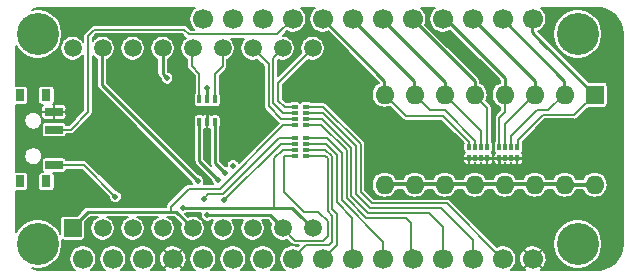
<source format=gbr>
G04 #@! TF.GenerationSoftware,KiCad,Pcbnew,(5.1.2)-1*
G04 #@! TF.CreationDate,2019-07-17T11:07:14+10:00*
G04 #@! TF.ProjectId,7seg-dip-wing,37736567-2d64-4697-902d-77696e672e6b,rev?*
G04 #@! TF.SameCoordinates,Original*
G04 #@! TF.FileFunction,Copper,L2,Bot*
G04 #@! TF.FilePolarity,Positive*
%FSLAX46Y46*%
G04 Gerber Fmt 4.6, Leading zero omitted, Abs format (unit mm)*
G04 Created by KiCad (PCBNEW (5.1.2)-1) date 2019-07-17 11:07:14*
%MOMM*%
%LPD*%
G04 APERTURE LIST*
%ADD10C,1.500000*%
%ADD11R,1.500000X1.500000*%
%ADD12C,1.700000*%
%ADD13C,3.556000*%
%ADD14R,0.500000X0.400000*%
%ADD15R,0.500000X0.300000*%
%ADD16R,0.400000X0.650000*%
%ADD17R,0.800000X1.000000*%
%ADD18R,1.500000X0.700000*%
%ADD19R,0.400000X0.500000*%
%ADD20R,0.300000X0.500000*%
%ADD21R,1.600000X1.600000*%
%ADD22O,1.600000X1.600000*%
%ADD23C,0.500000*%
%ADD24C,0.200000*%
%ADD25C,0.250000*%
%ADD26C,0.300000*%
G04 APERTURE END LIST*
D10*
X50900000Y-51360000D03*
X53440000Y-51360000D03*
X55980000Y-51360000D03*
X58520000Y-51360000D03*
X61060000Y-51360000D03*
X63600000Y-51360000D03*
X66140000Y-51360000D03*
X68680000Y-51360000D03*
X71220000Y-51360000D03*
X71220000Y-66600000D03*
X68680000Y-66600000D03*
X66140000Y-66600000D03*
X63600000Y-66600000D03*
X61060000Y-66600000D03*
X58520000Y-66600000D03*
X55980000Y-66600000D03*
X53440000Y-66600000D03*
D11*
X50900000Y-66600000D03*
D12*
X54308601Y-69215001D03*
X56848601Y-69215001D03*
X59388601Y-69215001D03*
X61928601Y-69215001D03*
X64468601Y-69215001D03*
X67008601Y-69215001D03*
X69548601Y-69215001D03*
X72088601Y-69215001D03*
X74628601Y-69215001D03*
X77168601Y-69215001D03*
X79708601Y-69215001D03*
X82248601Y-69215001D03*
X84788601Y-69215001D03*
X87328601Y-69215001D03*
X51768601Y-69215001D03*
X89868601Y-69215001D03*
X61928601Y-48895001D03*
X64468601Y-48895001D03*
X67008601Y-48895001D03*
X69548601Y-48895001D03*
X72088601Y-48895001D03*
X74628601Y-48895001D03*
X77168601Y-48895001D03*
X79708601Y-48895001D03*
X82248601Y-48895001D03*
X84788601Y-48895001D03*
X87328601Y-48895001D03*
X89868601Y-48895001D03*
D13*
X47958601Y-50165001D03*
X93678601Y-50165001D03*
X47958601Y-67945001D03*
X93678601Y-67945001D03*
D14*
X69700000Y-60450000D03*
D15*
X69700000Y-59950000D03*
D14*
X69700000Y-58950000D03*
D15*
X69700000Y-59450000D03*
D14*
X70700000Y-60450000D03*
D15*
X70700000Y-59450000D03*
X70700000Y-59950000D03*
D14*
X70700000Y-58950000D03*
X69700000Y-57850000D03*
D15*
X69700000Y-57350000D03*
D14*
X69700000Y-56350000D03*
D15*
X69700000Y-56850000D03*
D14*
X70700000Y-57850000D03*
D15*
X70700000Y-56850000D03*
X70700000Y-57350000D03*
D14*
X70700000Y-56350000D03*
D16*
X62950000Y-55700000D03*
X61650000Y-55700000D03*
X62300000Y-57600000D03*
X62300000Y-55700000D03*
X61650000Y-57600000D03*
X62950000Y-57600000D03*
D17*
X48680000Y-62650000D03*
X48680000Y-55350000D03*
X46470000Y-55350000D03*
X46470000Y-62650000D03*
D18*
X49330000Y-56750000D03*
X49330000Y-58250000D03*
X49330000Y-61250000D03*
D19*
X87050000Y-59700000D03*
D20*
X87550000Y-59700000D03*
D19*
X88550000Y-59700000D03*
D20*
X88050000Y-59700000D03*
D19*
X87050000Y-60700000D03*
D20*
X88050000Y-60700000D03*
X87550000Y-60700000D03*
D19*
X88550000Y-60700000D03*
D21*
X95100000Y-55300000D03*
D22*
X77320000Y-62920000D03*
X92560000Y-55300000D03*
X79860000Y-62920000D03*
X90020000Y-55300000D03*
X82400000Y-62920000D03*
X87480000Y-55300000D03*
X84940000Y-62920000D03*
X84940000Y-55300000D03*
X87480000Y-62920000D03*
X82400000Y-55300000D03*
X90020000Y-62920000D03*
X79860000Y-55300000D03*
X92560000Y-62920000D03*
X77320000Y-55300000D03*
X95100000Y-62920000D03*
D19*
X86000000Y-60700000D03*
D20*
X85000000Y-60700000D03*
X85500000Y-60700000D03*
D19*
X84500000Y-60700000D03*
D20*
X85500000Y-59700000D03*
D19*
X86000000Y-59700000D03*
D20*
X85000000Y-59700000D03*
D19*
X84500000Y-59700000D03*
D23*
X62300000Y-56700000D03*
X62200000Y-67600000D03*
X57200000Y-67600000D03*
X54600000Y-67500000D03*
X56900000Y-64400000D03*
X65000000Y-67600000D03*
X47500000Y-55000000D03*
X53000000Y-60650000D03*
X47500000Y-65000000D03*
X57500000Y-55900000D03*
X78300000Y-60000000D03*
X83300000Y-60000000D03*
X90800000Y-60000000D03*
X95800000Y-60000000D03*
X90000000Y-65000000D03*
X72500000Y-55000000D03*
X86200000Y-53800000D03*
X82800000Y-50600000D03*
X57550000Y-60650000D03*
X53100000Y-55600000D03*
X64500000Y-61300000D03*
X62300000Y-54700000D03*
X54524499Y-63924499D03*
X63800000Y-61900000D03*
X63200000Y-62500000D03*
X58900000Y-53900000D03*
X62300000Y-65500000D03*
X60260000Y-64860000D03*
X62000000Y-64100000D03*
X63750000Y-64250000D03*
X61499996Y-62600000D03*
D24*
X84500000Y-60700000D02*
X84500000Y-60750000D01*
X84500000Y-60750000D02*
X84550000Y-60700000D01*
D25*
X62300000Y-57550000D02*
X62300000Y-56700000D01*
D26*
X95100000Y-62920000D02*
X92620000Y-62920000D01*
X92620000Y-62920000D02*
X92600000Y-62900000D01*
X92600000Y-62900000D02*
X90000000Y-62900000D01*
X90000000Y-62900000D02*
X87500000Y-62900000D01*
X87500000Y-62900000D02*
X85000000Y-62900000D01*
X85000000Y-62900000D02*
X82400000Y-62900000D01*
X82400000Y-62900000D02*
X79900000Y-62900000D01*
X79900000Y-62900000D02*
X77300000Y-62900000D01*
D25*
X62300000Y-55650000D02*
X62300000Y-54700000D01*
D24*
X51850000Y-61250000D02*
X54524499Y-63924499D01*
X49330000Y-61250000D02*
X51850000Y-61250000D01*
X81200000Y-56600000D02*
X79900000Y-55300000D01*
X82400000Y-56600000D02*
X81200000Y-56600000D01*
X85000000Y-59700000D02*
X85000000Y-59200000D01*
X85000000Y-59200000D02*
X82400000Y-56600000D01*
D25*
X79800000Y-54100000D02*
X79800000Y-55200000D01*
X74600000Y-48900000D02*
X79800000Y-54100000D01*
D24*
X84500000Y-59300000D02*
X84500000Y-59700000D01*
X82300000Y-57100000D02*
X84500000Y-59300000D01*
X77320000Y-55300000D02*
X79120000Y-57100000D01*
X79120000Y-57100000D02*
X82300000Y-57100000D01*
D25*
X77300000Y-54100000D02*
X77300000Y-55300000D01*
X72100000Y-48900000D02*
X77300000Y-54100000D01*
D24*
X85500000Y-59700000D02*
X85500000Y-59250000D01*
X85500000Y-59250000D02*
X85500000Y-58400000D01*
X85500000Y-58400000D02*
X82400000Y-55300000D01*
D25*
X82400000Y-54200000D02*
X82400000Y-55400000D01*
X77200000Y-48900000D02*
X77200000Y-49000000D01*
X77200000Y-49000000D02*
X82400000Y-54200000D01*
D24*
X86000000Y-59700000D02*
X86000000Y-56400000D01*
X86000000Y-56400000D02*
X84900000Y-55300000D01*
D25*
X84940000Y-54140000D02*
X84940000Y-55300000D01*
X79700000Y-48900000D02*
X84940000Y-54140000D01*
D24*
X94400000Y-56000000D02*
X95100000Y-55300000D01*
X88550000Y-59650000D02*
X88600000Y-59600000D01*
X88600000Y-59600000D02*
X88600000Y-59100000D01*
X88600000Y-59100000D02*
X90700000Y-57000000D01*
X88550000Y-59700000D02*
X88550000Y-59650000D01*
X90700000Y-57000000D02*
X93400000Y-57000000D01*
X93400000Y-57000000D02*
X94400000Y-56000000D01*
D25*
X95100000Y-55300000D02*
X90600000Y-50800000D01*
X89800000Y-50000000D02*
X89800000Y-48800000D01*
X90600000Y-50800000D02*
X89800000Y-50000000D01*
D24*
X88050000Y-59700000D02*
X88050000Y-58784300D01*
X88050000Y-58784300D02*
X90234300Y-56600000D01*
X91200000Y-56600000D02*
X92500000Y-55300000D01*
X90234300Y-56600000D02*
X91200000Y-56600000D01*
D25*
X87400000Y-49000000D02*
X87200000Y-49000000D01*
X92500000Y-55300000D02*
X92500000Y-54100000D01*
X92500000Y-54100000D02*
X87400000Y-49000000D01*
D24*
X74900066Y-63740166D02*
X76059911Y-64900011D01*
X82100011Y-64900011D02*
X84800000Y-67600000D01*
X70600000Y-56850000D02*
X72084300Y-56850000D01*
X84800000Y-67600000D02*
X84800000Y-69200000D01*
X72084300Y-56850000D02*
X74900066Y-59665766D01*
X76059911Y-64900011D02*
X82100011Y-64900011D01*
X74900066Y-59665766D02*
X74900066Y-63740166D01*
X72615688Y-68050012D02*
X70649988Y-68050012D01*
X72250000Y-60450000D02*
X72500000Y-60700000D01*
X72500000Y-60700000D02*
X72500000Y-65165700D01*
X70649988Y-68050012D02*
X69500000Y-69200000D01*
X72500000Y-65165700D02*
X72900011Y-65565711D01*
X72900011Y-65565711D02*
X72900011Y-67765689D01*
X70600000Y-60450000D02*
X72250000Y-60450000D01*
X72900011Y-67765689D02*
X72615688Y-68050012D01*
X72150000Y-56350000D02*
X75300077Y-59500077D01*
X75300077Y-59500077D02*
X75300077Y-63574477D01*
X75300077Y-63574477D02*
X76225600Y-64500000D01*
X70600000Y-56350000D02*
X72150000Y-56350000D01*
X76225600Y-64500000D02*
X82600000Y-64500000D01*
X82600000Y-64500000D02*
X87300000Y-69200000D01*
X72450000Y-58950000D02*
X73700033Y-60200033D01*
X73700033Y-64237233D02*
X77200000Y-67737200D01*
X70600000Y-58950000D02*
X72450000Y-58950000D01*
X73700033Y-60200033D02*
X73700033Y-64237233D01*
X77200000Y-67737200D02*
X77200000Y-69200000D01*
X70600000Y-59950000D02*
X72318600Y-59950000D01*
X72318600Y-59950000D02*
X72900011Y-60531411D01*
X72900011Y-65000011D02*
X73300022Y-65400022D01*
X73300022Y-67999978D02*
X72100000Y-69200000D01*
X73300022Y-65400022D02*
X73300022Y-67999978D01*
X72900011Y-60531411D02*
X72900011Y-65000011D01*
X82300000Y-66500000D02*
X82300000Y-69300000D01*
X72018600Y-57350000D02*
X74500055Y-59831455D01*
X74500055Y-59831455D02*
X74500055Y-63905855D01*
X74500055Y-63905855D02*
X75894222Y-65300022D01*
X75894222Y-65300022D02*
X81100022Y-65300022D01*
X70600000Y-57350000D02*
X72018600Y-57350000D01*
X81100022Y-65300022D02*
X82300000Y-66500000D01*
X73300022Y-60365722D02*
X73300022Y-64402922D01*
X72384300Y-59450000D02*
X73300022Y-60365722D01*
X73300022Y-64402922D02*
X74600000Y-65702900D01*
X74600000Y-65702900D02*
X74600000Y-69200000D01*
X70600000Y-59450000D02*
X72384300Y-59450000D01*
X79600000Y-66200000D02*
X79600000Y-69100000D01*
X79600000Y-69100000D02*
X79700000Y-69200000D01*
X79100033Y-65700033D02*
X79600000Y-66200000D01*
X75728533Y-65700033D02*
X79100033Y-65700033D01*
X74100044Y-64071544D02*
X75728533Y-65700033D01*
X74100044Y-59997144D02*
X74100044Y-64071544D01*
X71952900Y-57850000D02*
X74100044Y-59997144D01*
X70600000Y-57850000D02*
X71952900Y-57850000D01*
X63600000Y-52900000D02*
X63600000Y-51400000D01*
X62950000Y-55650000D02*
X62950000Y-53550000D01*
X62950000Y-53550000D02*
X63600000Y-52900000D01*
X61000000Y-51500000D02*
X61100000Y-51400000D01*
X61000000Y-52900000D02*
X61000000Y-51500000D01*
X61650000Y-55650000D02*
X61650000Y-53550000D01*
X61650000Y-53550000D02*
X61000000Y-52900000D01*
D25*
X62950000Y-61050000D02*
X63800000Y-61900000D01*
X62900000Y-57500000D02*
X62950000Y-57550000D01*
X62950000Y-57550000D02*
X62950000Y-61050000D01*
X61650000Y-60950000D02*
X63200000Y-62500000D01*
X61650000Y-57600000D02*
X61650000Y-60950000D01*
D24*
X60350000Y-49800000D02*
X60750000Y-50200000D01*
X60750000Y-50200000D02*
X68250000Y-50200000D01*
X50750000Y-58250000D02*
X52200000Y-56800000D01*
X52200000Y-56800000D02*
X52200000Y-50350000D01*
X52200000Y-50350000D02*
X52750000Y-49800000D01*
X68250000Y-50200000D02*
X69550000Y-48900000D01*
X49330000Y-58250000D02*
X50750000Y-58250000D01*
X52750000Y-49800000D02*
X60350000Y-49800000D01*
X87550000Y-59700000D02*
X87550000Y-57750000D01*
X87550000Y-57750000D02*
X90000000Y-55300000D01*
D25*
X89220000Y-53320000D02*
X84800000Y-48900000D01*
X90020000Y-54140000D02*
X89200000Y-53320000D01*
X90020000Y-55300000D02*
X90020000Y-54140000D01*
D24*
X87050000Y-59700000D02*
X87050000Y-57250000D01*
X87050000Y-57250000D02*
X87500000Y-56800000D01*
X87500000Y-56800000D02*
X87500000Y-55300000D01*
D25*
X87480000Y-53880000D02*
X87480000Y-55300000D01*
X82400000Y-48800000D02*
X87480000Y-53880000D01*
X82200000Y-48900000D02*
X82200000Y-48800000D01*
X82200000Y-48800000D02*
X82400000Y-48800000D01*
X61060000Y-66600000D02*
X59660000Y-65200000D01*
X59660000Y-65200000D02*
X59200000Y-65200000D01*
D24*
X68750000Y-57850000D02*
X63349999Y-63250001D01*
X60749999Y-63250001D02*
X59200000Y-64800000D01*
X63349999Y-63250001D02*
X60749999Y-63250001D01*
X59200000Y-64800000D02*
X59200000Y-65200000D01*
X69500000Y-57850000D02*
X68750000Y-57850000D01*
D25*
X52200000Y-65200000D02*
X50900000Y-66500000D01*
X53300000Y-65200000D02*
X52200000Y-65200000D01*
X59200000Y-65200000D02*
X53300000Y-65200000D01*
D24*
X67500000Y-52700000D02*
X66100000Y-51300000D01*
X67500000Y-56300000D02*
X67500000Y-52700000D01*
X69500000Y-57350000D02*
X68550000Y-57350000D01*
X68550000Y-57350000D02*
X67500000Y-56300000D01*
D25*
X58520000Y-51360000D02*
X58520000Y-53520000D01*
X58520000Y-53520000D02*
X58900000Y-53900000D01*
D24*
X68300000Y-54300000D02*
X71200000Y-51400000D01*
X68300000Y-55800000D02*
X68300000Y-54300000D01*
X69600000Y-56350000D02*
X68850000Y-56350000D01*
X68850000Y-56350000D02*
X68300000Y-55800000D01*
X69500000Y-56850000D02*
X68750000Y-56850000D01*
X68750000Y-56850000D02*
X67900000Y-56000000D01*
X67900000Y-56000000D02*
X67900000Y-52200000D01*
X67900000Y-52200000D02*
X68700000Y-51400000D01*
D25*
X67600000Y-65500000D02*
X68700000Y-66600000D01*
X62300000Y-65500000D02*
X67600000Y-65500000D01*
D24*
X69730001Y-67650001D02*
X68680000Y-66600000D01*
X72149999Y-67650001D02*
X69730001Y-67650001D01*
X72500000Y-67300000D02*
X72149999Y-67650001D01*
X72500000Y-66000000D02*
X72500000Y-67300000D01*
X68850000Y-60450000D02*
X68800000Y-60500000D01*
X69500000Y-60450000D02*
X68850000Y-60450000D01*
X68800000Y-60500000D02*
X68800000Y-63500000D01*
X70500000Y-65200000D02*
X71700000Y-65200000D01*
X68800000Y-63500000D02*
X70500000Y-65200000D01*
X71700000Y-65200000D02*
X72500000Y-66000000D01*
D25*
X60613553Y-64860000D02*
X60260000Y-64860000D01*
X70160000Y-65540000D02*
X69480000Y-64860000D01*
X71220000Y-66600000D02*
X70160000Y-65540000D01*
X69480000Y-64860000D02*
X68340000Y-64860000D01*
X68340000Y-64860000D02*
X60613553Y-64860000D01*
D24*
X68000000Y-64860000D02*
X68340000Y-64860000D01*
X68000000Y-60700000D02*
X68000000Y-64860000D01*
X69500000Y-59950000D02*
X68750000Y-59950000D01*
X68750000Y-59950000D02*
X68000000Y-60700000D01*
X62400000Y-63700000D02*
X62000000Y-64100000D01*
X63600000Y-63700000D02*
X62400000Y-63700000D01*
X69500000Y-58950000D02*
X68350000Y-58950000D01*
X68350000Y-58950000D02*
X63600000Y-63700000D01*
X69500000Y-59450000D02*
X68550000Y-59450000D01*
X68550000Y-59450000D02*
X63750000Y-64250000D01*
D25*
X53400000Y-54500004D02*
X61499996Y-62600000D01*
X53400000Y-51400000D02*
X53400000Y-54500004D01*
D24*
G36*
X71355519Y-48001738D02*
G01*
X71195338Y-48161919D01*
X71069485Y-48350272D01*
X70982795Y-48559558D01*
X70938601Y-48781736D01*
X70938601Y-49008266D01*
X70982795Y-49230444D01*
X71069485Y-49439730D01*
X71195338Y-49628083D01*
X71355519Y-49788264D01*
X71543872Y-49914117D01*
X71753158Y-50000807D01*
X71975336Y-50045001D01*
X72201866Y-50045001D01*
X72424044Y-50000807D01*
X72548299Y-49949339D01*
X76875000Y-54276040D01*
X76875000Y-54290581D01*
X76705916Y-54380958D01*
X76538419Y-54518419D01*
X76400958Y-54685916D01*
X76298816Y-54877012D01*
X76235916Y-55084362D01*
X76214678Y-55300000D01*
X76235916Y-55515638D01*
X76298816Y-55722988D01*
X76400958Y-55914084D01*
X76538419Y-56081581D01*
X76705916Y-56219042D01*
X76897012Y-56321184D01*
X77104362Y-56384084D01*
X77265964Y-56400000D01*
X77374036Y-56400000D01*
X77535638Y-56384084D01*
X77742988Y-56321184D01*
X77764175Y-56309860D01*
X78823263Y-57368948D01*
X78835789Y-57384211D01*
X78896697Y-57434197D01*
X78966186Y-57471340D01*
X79041586Y-57494212D01*
X79100353Y-57500000D01*
X79100363Y-57500000D01*
X79119999Y-57501934D01*
X79139635Y-57500000D01*
X82134315Y-57500000D01*
X84009267Y-59374953D01*
X84004341Y-59391190D01*
X83998549Y-59450000D01*
X83998549Y-59950000D01*
X84004341Y-60008810D01*
X84021496Y-60065360D01*
X84049353Y-60117477D01*
X84086842Y-60163158D01*
X84123852Y-60193531D01*
X84079736Y-60229736D01*
X84040997Y-60276940D01*
X84012212Y-60330794D01*
X83994485Y-60389229D01*
X83988500Y-60450000D01*
X83990000Y-60617500D01*
X84067500Y-60695000D01*
X84495000Y-60695000D01*
X84495000Y-60675000D01*
X84505000Y-60675000D01*
X84505000Y-60695000D01*
X84995000Y-60695000D01*
X84995000Y-60675000D01*
X85005000Y-60675000D01*
X85005000Y-60695000D01*
X85495000Y-60695000D01*
X85495000Y-60675000D01*
X85505000Y-60675000D01*
X85505000Y-60695000D01*
X85995000Y-60695000D01*
X85995000Y-60675000D01*
X86005000Y-60675000D01*
X86005000Y-60695000D01*
X86432500Y-60695000D01*
X86510000Y-60617500D01*
X86511500Y-60450000D01*
X86505515Y-60389229D01*
X86487788Y-60330794D01*
X86459003Y-60276940D01*
X86420264Y-60229736D01*
X86376148Y-60193531D01*
X86413158Y-60163158D01*
X86450647Y-60117477D01*
X86478504Y-60065360D01*
X86495659Y-60008810D01*
X86501451Y-59950000D01*
X86501451Y-59450000D01*
X86495659Y-59391190D01*
X86478504Y-59334640D01*
X86450647Y-59282523D01*
X86413158Y-59236842D01*
X86400000Y-59226044D01*
X86400000Y-56419646D01*
X86401935Y-56400000D01*
X86397011Y-56350000D01*
X86394212Y-56321586D01*
X86388727Y-56303504D01*
X86371340Y-56246185D01*
X86334197Y-56176697D01*
X86296735Y-56131049D01*
X86296733Y-56131047D01*
X86284211Y-56115789D01*
X86268953Y-56103267D01*
X85935927Y-55770241D01*
X85961184Y-55722988D01*
X86024084Y-55515638D01*
X86045322Y-55300000D01*
X86024084Y-55084362D01*
X85961184Y-54877012D01*
X85859042Y-54685916D01*
X85721581Y-54518419D01*
X85554084Y-54380958D01*
X85365000Y-54279891D01*
X85365000Y-54160866D01*
X85367055Y-54139999D01*
X85365000Y-54119132D01*
X85365000Y-54119126D01*
X85358850Y-54056686D01*
X85334548Y-53976573D01*
X85295084Y-53902740D01*
X85241974Y-53838026D01*
X85225763Y-53824722D01*
X80760830Y-49359790D01*
X80814407Y-49230444D01*
X80858601Y-49008266D01*
X80858601Y-48781736D01*
X80814407Y-48559558D01*
X80727717Y-48350272D01*
X80601864Y-48161919D01*
X80441683Y-48001738D01*
X80364253Y-47950001D01*
X81592949Y-47950001D01*
X81515519Y-48001738D01*
X81355338Y-48161919D01*
X81229485Y-48350272D01*
X81142795Y-48559558D01*
X81098601Y-48781736D01*
X81098601Y-49008266D01*
X81142795Y-49230444D01*
X81229485Y-49439730D01*
X81355338Y-49628083D01*
X81515519Y-49788264D01*
X81703872Y-49914117D01*
X81913158Y-50000807D01*
X82135336Y-50045001D01*
X82361866Y-50045001D01*
X82584044Y-50000807D01*
X82793330Y-49914117D01*
X82865113Y-49866153D01*
X87055000Y-54056041D01*
X87055000Y-54279891D01*
X86865916Y-54380958D01*
X86698419Y-54518419D01*
X86560958Y-54685916D01*
X86458816Y-54877012D01*
X86395916Y-55084362D01*
X86374678Y-55300000D01*
X86395916Y-55515638D01*
X86458816Y-55722988D01*
X86560958Y-55914084D01*
X86698419Y-56081581D01*
X86865916Y-56219042D01*
X87057012Y-56321184D01*
X87100000Y-56334225D01*
X87100000Y-56634314D01*
X86781047Y-56953268D01*
X86765790Y-56965789D01*
X86753268Y-56981047D01*
X86753265Y-56981050D01*
X86715803Y-57026698D01*
X86678661Y-57096186D01*
X86655788Y-57171587D01*
X86648065Y-57250000D01*
X86650001Y-57269656D01*
X86650000Y-59226043D01*
X86636842Y-59236842D01*
X86599353Y-59282523D01*
X86571496Y-59334640D01*
X86554341Y-59391190D01*
X86548549Y-59450000D01*
X86548549Y-59950000D01*
X86554341Y-60008810D01*
X86571496Y-60065360D01*
X86599353Y-60117477D01*
X86636842Y-60163158D01*
X86673852Y-60193531D01*
X86629736Y-60229736D01*
X86590997Y-60276940D01*
X86562212Y-60330794D01*
X86544485Y-60389229D01*
X86538500Y-60450000D01*
X86540000Y-60617500D01*
X86617500Y-60695000D01*
X87045000Y-60695000D01*
X87045000Y-60675000D01*
X87055000Y-60675000D01*
X87055000Y-60695000D01*
X87545000Y-60695000D01*
X87545000Y-60675000D01*
X87555000Y-60675000D01*
X87555000Y-60695000D01*
X88045000Y-60695000D01*
X88045000Y-60675000D01*
X88055000Y-60675000D01*
X88055000Y-60695000D01*
X88545000Y-60695000D01*
X88545000Y-60675000D01*
X88555000Y-60675000D01*
X88555000Y-60695000D01*
X88982500Y-60695000D01*
X89060000Y-60617500D01*
X89061500Y-60450000D01*
X89055515Y-60389229D01*
X89037788Y-60330794D01*
X89009003Y-60276940D01*
X88970264Y-60229736D01*
X88926148Y-60193531D01*
X88963158Y-60163158D01*
X89000647Y-60117477D01*
X89028504Y-60065360D01*
X89045659Y-60008810D01*
X89051451Y-59950000D01*
X89051451Y-59450000D01*
X89045659Y-59391190D01*
X89028504Y-59334640D01*
X89000647Y-59282523D01*
X89000000Y-59281735D01*
X89000000Y-59265685D01*
X90865685Y-57400000D01*
X93380354Y-57400000D01*
X93400000Y-57401935D01*
X93419646Y-57400000D01*
X93419647Y-57400000D01*
X93478414Y-57394212D01*
X93553814Y-57371340D01*
X93623303Y-57334197D01*
X93684211Y-57284211D01*
X93696737Y-57268948D01*
X94564234Y-56401451D01*
X95900000Y-56401451D01*
X95958810Y-56395659D01*
X96015360Y-56378504D01*
X96067477Y-56350647D01*
X96113158Y-56313158D01*
X96150647Y-56267477D01*
X96178504Y-56215360D01*
X96195659Y-56158810D01*
X96201451Y-56100000D01*
X96201451Y-54500000D01*
X96195659Y-54441190D01*
X96178504Y-54384640D01*
X96150647Y-54332523D01*
X96113158Y-54286842D01*
X96067477Y-54249353D01*
X96015360Y-54221496D01*
X95958810Y-54204341D01*
X95900000Y-54198549D01*
X94599590Y-54198549D01*
X90915285Y-50514245D01*
X90915280Y-50514239D01*
X90361377Y-49960336D01*
X91600601Y-49960336D01*
X91600601Y-50369666D01*
X91680457Y-50771131D01*
X91837101Y-51149303D01*
X92064513Y-51489649D01*
X92353953Y-51779089D01*
X92694299Y-52006501D01*
X93072471Y-52163145D01*
X93473936Y-52243001D01*
X93883266Y-52243001D01*
X94284731Y-52163145D01*
X94662903Y-52006501D01*
X95003249Y-51779089D01*
X95292689Y-51489649D01*
X95520101Y-51149303D01*
X95676745Y-50771131D01*
X95756601Y-50369666D01*
X95756601Y-49960336D01*
X95676745Y-49558871D01*
X95520101Y-49180699D01*
X95292689Y-48840353D01*
X95003249Y-48550913D01*
X94662903Y-48323501D01*
X94284731Y-48166857D01*
X93883266Y-48087001D01*
X93473936Y-48087001D01*
X93072471Y-48166857D01*
X92694299Y-48323501D01*
X92353953Y-48550913D01*
X92064513Y-48840353D01*
X91837101Y-49180699D01*
X91680457Y-49558871D01*
X91600601Y-49960336D01*
X90361377Y-49960336D01*
X90343912Y-49942871D01*
X90413330Y-49914117D01*
X90601683Y-49788264D01*
X90761864Y-49628083D01*
X90887717Y-49439730D01*
X90974407Y-49230444D01*
X91018601Y-49008266D01*
X91018601Y-48781736D01*
X90974407Y-48559558D01*
X90887717Y-48350272D01*
X90761864Y-48161919D01*
X90601683Y-48001738D01*
X90524253Y-47950001D01*
X95256304Y-47950001D01*
X95702127Y-47993714D01*
X96115679Y-48118573D01*
X96497101Y-48321379D01*
X96831868Y-48594407D01*
X97107225Y-48927257D01*
X97312692Y-49307261D01*
X97440433Y-49719924D01*
X97487199Y-50164872D01*
X97487202Y-50165726D01*
X97486734Y-67974728D01*
X97434835Y-68416529D01*
X97302059Y-68827611D01*
X97091969Y-69205068D01*
X96812562Y-69534532D01*
X96474485Y-69803451D01*
X96090610Y-70001583D01*
X95674608Y-70121656D01*
X95257297Y-70160001D01*
X90550135Y-70160001D01*
X90634470Y-69987941D01*
X89868601Y-69222072D01*
X89102732Y-69987941D01*
X89187067Y-70160001D01*
X87984253Y-70160001D01*
X88061683Y-70108264D01*
X88221864Y-69948083D01*
X88347717Y-69759730D01*
X88434407Y-69550444D01*
X88478601Y-69328266D01*
X88478601Y-69174236D01*
X88703702Y-69174236D01*
X88718133Y-69402280D01*
X88776775Y-69623127D01*
X88877375Y-69828290D01*
X88922670Y-69896079D01*
X89095661Y-69980870D01*
X89861530Y-69215001D01*
X89875672Y-69215001D01*
X90641541Y-69980870D01*
X90814532Y-69896079D01*
X90929228Y-69698451D01*
X91003164Y-69482243D01*
X91033500Y-69255766D01*
X91019069Y-69027722D01*
X90960427Y-68806875D01*
X90859827Y-68601712D01*
X90814532Y-68533923D01*
X90641541Y-68449132D01*
X89875672Y-69215001D01*
X89861530Y-69215001D01*
X89095661Y-68449132D01*
X88922670Y-68533923D01*
X88807974Y-68731551D01*
X88734038Y-68947759D01*
X88703702Y-69174236D01*
X88478601Y-69174236D01*
X88478601Y-69101736D01*
X88434407Y-68879558D01*
X88347717Y-68670272D01*
X88221864Y-68481919D01*
X88182006Y-68442061D01*
X89102732Y-68442061D01*
X89868601Y-69207930D01*
X90634470Y-68442061D01*
X90549679Y-68269070D01*
X90352051Y-68154374D01*
X90135843Y-68080438D01*
X89909366Y-68050102D01*
X89681322Y-68064533D01*
X89460475Y-68123175D01*
X89255312Y-68223775D01*
X89187523Y-68269070D01*
X89102732Y-68442061D01*
X88182006Y-68442061D01*
X88061683Y-68321738D01*
X87873330Y-68195885D01*
X87664044Y-68109195D01*
X87441866Y-68065001D01*
X87215336Y-68065001D01*
X86993158Y-68109195D01*
X86838813Y-68173127D01*
X86406022Y-67740336D01*
X91600601Y-67740336D01*
X91600601Y-68149666D01*
X91680457Y-68551131D01*
X91837101Y-68929303D01*
X92064513Y-69269649D01*
X92353953Y-69559089D01*
X92694299Y-69786501D01*
X93072471Y-69943145D01*
X93473936Y-70023001D01*
X93883266Y-70023001D01*
X94284731Y-69943145D01*
X94662903Y-69786501D01*
X95003249Y-69559089D01*
X95292689Y-69269649D01*
X95520101Y-68929303D01*
X95676745Y-68551131D01*
X95756601Y-68149666D01*
X95756601Y-67740336D01*
X95676745Y-67338871D01*
X95520101Y-66960699D01*
X95292689Y-66620353D01*
X95003249Y-66330913D01*
X94662903Y-66103501D01*
X94284731Y-65946857D01*
X93883266Y-65867001D01*
X93473936Y-65867001D01*
X93072471Y-65946857D01*
X92694299Y-66103501D01*
X92353953Y-66330913D01*
X92064513Y-66620353D01*
X91837101Y-66960699D01*
X91680457Y-67338871D01*
X91600601Y-67740336D01*
X86406022Y-67740336D01*
X82896737Y-64231052D01*
X82884211Y-64215789D01*
X82823303Y-64165803D01*
X82753814Y-64128660D01*
X82678414Y-64105788D01*
X82619647Y-64100000D01*
X82619646Y-64100000D01*
X82600000Y-64098065D01*
X82580354Y-64100000D01*
X76391286Y-64100000D01*
X75700077Y-63408792D01*
X75700077Y-62920000D01*
X76214678Y-62920000D01*
X76235916Y-63135638D01*
X76298816Y-63342988D01*
X76400958Y-63534084D01*
X76538419Y-63701581D01*
X76705916Y-63839042D01*
X76897012Y-63941184D01*
X77104362Y-64004084D01*
X77265964Y-64020000D01*
X77374036Y-64020000D01*
X77535638Y-64004084D01*
X77742988Y-63941184D01*
X77934084Y-63839042D01*
X78101581Y-63701581D01*
X78239042Y-63534084D01*
X78337436Y-63350000D01*
X78842564Y-63350000D01*
X78940958Y-63534084D01*
X79078419Y-63701581D01*
X79245916Y-63839042D01*
X79437012Y-63941184D01*
X79644362Y-64004084D01*
X79805964Y-64020000D01*
X79914036Y-64020000D01*
X80075638Y-64004084D01*
X80282988Y-63941184D01*
X80474084Y-63839042D01*
X80641581Y-63701581D01*
X80779042Y-63534084D01*
X80877436Y-63350000D01*
X81382564Y-63350000D01*
X81480958Y-63534084D01*
X81618419Y-63701581D01*
X81785916Y-63839042D01*
X81977012Y-63941184D01*
X82184362Y-64004084D01*
X82345964Y-64020000D01*
X82454036Y-64020000D01*
X82615638Y-64004084D01*
X82822988Y-63941184D01*
X83014084Y-63839042D01*
X83181581Y-63701581D01*
X83319042Y-63534084D01*
X83417436Y-63350000D01*
X83922564Y-63350000D01*
X84020958Y-63534084D01*
X84158419Y-63701581D01*
X84325916Y-63839042D01*
X84517012Y-63941184D01*
X84724362Y-64004084D01*
X84885964Y-64020000D01*
X84994036Y-64020000D01*
X85155638Y-64004084D01*
X85362988Y-63941184D01*
X85554084Y-63839042D01*
X85721581Y-63701581D01*
X85859042Y-63534084D01*
X85957436Y-63350000D01*
X86462564Y-63350000D01*
X86560958Y-63534084D01*
X86698419Y-63701581D01*
X86865916Y-63839042D01*
X87057012Y-63941184D01*
X87264362Y-64004084D01*
X87425964Y-64020000D01*
X87534036Y-64020000D01*
X87695638Y-64004084D01*
X87902988Y-63941184D01*
X88094084Y-63839042D01*
X88261581Y-63701581D01*
X88399042Y-63534084D01*
X88497436Y-63350000D01*
X89002564Y-63350000D01*
X89100958Y-63534084D01*
X89238419Y-63701581D01*
X89405916Y-63839042D01*
X89597012Y-63941184D01*
X89804362Y-64004084D01*
X89965964Y-64020000D01*
X90074036Y-64020000D01*
X90235638Y-64004084D01*
X90442988Y-63941184D01*
X90634084Y-63839042D01*
X90801581Y-63701581D01*
X90939042Y-63534084D01*
X91037436Y-63350000D01*
X91542564Y-63350000D01*
X91640958Y-63534084D01*
X91778419Y-63701581D01*
X91945916Y-63839042D01*
X92137012Y-63941184D01*
X92344362Y-64004084D01*
X92505964Y-64020000D01*
X92614036Y-64020000D01*
X92775638Y-64004084D01*
X92982988Y-63941184D01*
X93174084Y-63839042D01*
X93341581Y-63701581D01*
X93479042Y-63534084D01*
X93566746Y-63370000D01*
X94093254Y-63370000D01*
X94180958Y-63534084D01*
X94318419Y-63701581D01*
X94485916Y-63839042D01*
X94677012Y-63941184D01*
X94884362Y-64004084D01*
X95045964Y-64020000D01*
X95154036Y-64020000D01*
X95315638Y-64004084D01*
X95522988Y-63941184D01*
X95714084Y-63839042D01*
X95881581Y-63701581D01*
X96019042Y-63534084D01*
X96121184Y-63342988D01*
X96184084Y-63135638D01*
X96205322Y-62920000D01*
X96184084Y-62704362D01*
X96121184Y-62497012D01*
X96019042Y-62305916D01*
X95881581Y-62138419D01*
X95714084Y-62000958D01*
X95522988Y-61898816D01*
X95315638Y-61835916D01*
X95154036Y-61820000D01*
X95045964Y-61820000D01*
X94884362Y-61835916D01*
X94677012Y-61898816D01*
X94485916Y-62000958D01*
X94318419Y-62138419D01*
X94180958Y-62305916D01*
X94093254Y-62470000D01*
X93566746Y-62470000D01*
X93479042Y-62305916D01*
X93341581Y-62138419D01*
X93174084Y-62000958D01*
X92982988Y-61898816D01*
X92775638Y-61835916D01*
X92614036Y-61820000D01*
X92505964Y-61820000D01*
X92344362Y-61835916D01*
X92137012Y-61898816D01*
X91945916Y-62000958D01*
X91778419Y-62138419D01*
X91640958Y-62305916D01*
X91563944Y-62450000D01*
X91016056Y-62450000D01*
X90939042Y-62305916D01*
X90801581Y-62138419D01*
X90634084Y-62000958D01*
X90442988Y-61898816D01*
X90235638Y-61835916D01*
X90074036Y-61820000D01*
X89965964Y-61820000D01*
X89804362Y-61835916D01*
X89597012Y-61898816D01*
X89405916Y-62000958D01*
X89238419Y-62138419D01*
X89100958Y-62305916D01*
X89023944Y-62450000D01*
X88476056Y-62450000D01*
X88399042Y-62305916D01*
X88261581Y-62138419D01*
X88094084Y-62000958D01*
X87902988Y-61898816D01*
X87695638Y-61835916D01*
X87534036Y-61820000D01*
X87425964Y-61820000D01*
X87264362Y-61835916D01*
X87057012Y-61898816D01*
X86865916Y-62000958D01*
X86698419Y-62138419D01*
X86560958Y-62305916D01*
X86483944Y-62450000D01*
X85936056Y-62450000D01*
X85859042Y-62305916D01*
X85721581Y-62138419D01*
X85554084Y-62000958D01*
X85362988Y-61898816D01*
X85155638Y-61835916D01*
X84994036Y-61820000D01*
X84885964Y-61820000D01*
X84724362Y-61835916D01*
X84517012Y-61898816D01*
X84325916Y-62000958D01*
X84158419Y-62138419D01*
X84020958Y-62305916D01*
X83943944Y-62450000D01*
X83396056Y-62450000D01*
X83319042Y-62305916D01*
X83181581Y-62138419D01*
X83014084Y-62000958D01*
X82822988Y-61898816D01*
X82615638Y-61835916D01*
X82454036Y-61820000D01*
X82345964Y-61820000D01*
X82184362Y-61835916D01*
X81977012Y-61898816D01*
X81785916Y-62000958D01*
X81618419Y-62138419D01*
X81480958Y-62305916D01*
X81403944Y-62450000D01*
X80856056Y-62450000D01*
X80779042Y-62305916D01*
X80641581Y-62138419D01*
X80474084Y-62000958D01*
X80282988Y-61898816D01*
X80075638Y-61835916D01*
X79914036Y-61820000D01*
X79805964Y-61820000D01*
X79644362Y-61835916D01*
X79437012Y-61898816D01*
X79245916Y-62000958D01*
X79078419Y-62138419D01*
X78940958Y-62305916D01*
X78863944Y-62450000D01*
X78316056Y-62450000D01*
X78239042Y-62305916D01*
X78101581Y-62138419D01*
X77934084Y-62000958D01*
X77742988Y-61898816D01*
X77535638Y-61835916D01*
X77374036Y-61820000D01*
X77265964Y-61820000D01*
X77104362Y-61835916D01*
X76897012Y-61898816D01*
X76705916Y-62000958D01*
X76538419Y-62138419D01*
X76400958Y-62305916D01*
X76298816Y-62497012D01*
X76235916Y-62704362D01*
X76214678Y-62920000D01*
X75700077Y-62920000D01*
X75700077Y-60950000D01*
X83988500Y-60950000D01*
X83994485Y-61010771D01*
X84012212Y-61069206D01*
X84040997Y-61123060D01*
X84079736Y-61170264D01*
X84126940Y-61209003D01*
X84180794Y-61237788D01*
X84239229Y-61255515D01*
X84300000Y-61261500D01*
X84417500Y-61260000D01*
X84495000Y-61182500D01*
X84495000Y-60705000D01*
X84505000Y-60705000D01*
X84505000Y-61182500D01*
X84582500Y-61260000D01*
X84700000Y-61261500D01*
X84760771Y-61255515D01*
X84775000Y-61251198D01*
X84789229Y-61255515D01*
X84850000Y-61261500D01*
X84917500Y-61260000D01*
X84995000Y-61182500D01*
X84995000Y-61045432D01*
X85005000Y-61012469D01*
X85005000Y-61182500D01*
X85082500Y-61260000D01*
X85150000Y-61261500D01*
X85210771Y-61255515D01*
X85250000Y-61243614D01*
X85289229Y-61255515D01*
X85350000Y-61261500D01*
X85417500Y-61260000D01*
X85495000Y-61182500D01*
X85495000Y-61012469D01*
X85505000Y-61045432D01*
X85505000Y-61182500D01*
X85582500Y-61260000D01*
X85650000Y-61261500D01*
X85710771Y-61255515D01*
X85725000Y-61251198D01*
X85739229Y-61255515D01*
X85800000Y-61261500D01*
X85917500Y-61260000D01*
X85995000Y-61182500D01*
X85995000Y-60705000D01*
X86005000Y-60705000D01*
X86005000Y-61182500D01*
X86082500Y-61260000D01*
X86200000Y-61261500D01*
X86260771Y-61255515D01*
X86319206Y-61237788D01*
X86373060Y-61209003D01*
X86420264Y-61170264D01*
X86459003Y-61123060D01*
X86487788Y-61069206D01*
X86505515Y-61010771D01*
X86511500Y-60950000D01*
X86538500Y-60950000D01*
X86544485Y-61010771D01*
X86562212Y-61069206D01*
X86590997Y-61123060D01*
X86629736Y-61170264D01*
X86676940Y-61209003D01*
X86730794Y-61237788D01*
X86789229Y-61255515D01*
X86850000Y-61261500D01*
X86967500Y-61260000D01*
X87045000Y-61182500D01*
X87045000Y-60705000D01*
X87055000Y-60705000D01*
X87055000Y-61182500D01*
X87132500Y-61260000D01*
X87250000Y-61261500D01*
X87310771Y-61255515D01*
X87325000Y-61251198D01*
X87339229Y-61255515D01*
X87400000Y-61261500D01*
X87467500Y-61260000D01*
X87545000Y-61182500D01*
X87545000Y-61045432D01*
X87555000Y-61012469D01*
X87555000Y-61182500D01*
X87632500Y-61260000D01*
X87700000Y-61261500D01*
X87760771Y-61255515D01*
X87800000Y-61243614D01*
X87839229Y-61255515D01*
X87900000Y-61261500D01*
X87967500Y-61260000D01*
X88045000Y-61182500D01*
X88045000Y-61012469D01*
X88055000Y-61045432D01*
X88055000Y-61182500D01*
X88132500Y-61260000D01*
X88200000Y-61261500D01*
X88260771Y-61255515D01*
X88275000Y-61251198D01*
X88289229Y-61255515D01*
X88350000Y-61261500D01*
X88467500Y-61260000D01*
X88545000Y-61182500D01*
X88545000Y-60705000D01*
X88555000Y-60705000D01*
X88555000Y-61182500D01*
X88632500Y-61260000D01*
X88750000Y-61261500D01*
X88810771Y-61255515D01*
X88869206Y-61237788D01*
X88923060Y-61209003D01*
X88970264Y-61170264D01*
X89009003Y-61123060D01*
X89037788Y-61069206D01*
X89055515Y-61010771D01*
X89061500Y-60950000D01*
X89060000Y-60782500D01*
X88982500Y-60705000D01*
X88555000Y-60705000D01*
X88545000Y-60705000D01*
X88055000Y-60705000D01*
X88055000Y-60767500D01*
X88045000Y-60777500D01*
X88045000Y-60705000D01*
X87555000Y-60705000D01*
X87555000Y-60777500D01*
X87545000Y-60767500D01*
X87545000Y-60705000D01*
X87055000Y-60705000D01*
X87045000Y-60705000D01*
X86617500Y-60705000D01*
X86540000Y-60782500D01*
X86538500Y-60950000D01*
X86511500Y-60950000D01*
X86510000Y-60782500D01*
X86432500Y-60705000D01*
X86005000Y-60705000D01*
X85995000Y-60705000D01*
X85505000Y-60705000D01*
X85505000Y-60767500D01*
X85495000Y-60777500D01*
X85495000Y-60705000D01*
X85005000Y-60705000D01*
X85005000Y-60777500D01*
X84995000Y-60767500D01*
X84995000Y-60705000D01*
X84505000Y-60705000D01*
X84495000Y-60705000D01*
X84067500Y-60705000D01*
X83990000Y-60782500D01*
X83988500Y-60950000D01*
X75700077Y-60950000D01*
X75700077Y-59519724D01*
X75702012Y-59500077D01*
X75696338Y-59442462D01*
X75694289Y-59421663D01*
X75671417Y-59346263D01*
X75634274Y-59276774D01*
X75584288Y-59215866D01*
X75569026Y-59203341D01*
X72446737Y-56081052D01*
X72434211Y-56065789D01*
X72373303Y-56015803D01*
X72303814Y-55978660D01*
X72228414Y-55955788D01*
X72169647Y-55950000D01*
X72169646Y-55950000D01*
X72150000Y-55948065D01*
X72130354Y-55950000D01*
X71173956Y-55950000D01*
X71163158Y-55936842D01*
X71117477Y-55899353D01*
X71065360Y-55871496D01*
X71008810Y-55854341D01*
X70950000Y-55848549D01*
X70450000Y-55848549D01*
X70391190Y-55854341D01*
X70334640Y-55871496D01*
X70282523Y-55899353D01*
X70236842Y-55936842D01*
X70200000Y-55981735D01*
X70163158Y-55936842D01*
X70117477Y-55899353D01*
X70065360Y-55871496D01*
X70008810Y-55854341D01*
X69950000Y-55848549D01*
X69450000Y-55848549D01*
X69391190Y-55854341D01*
X69334640Y-55871496D01*
X69282523Y-55899353D01*
X69236842Y-55936842D01*
X69226044Y-55950000D01*
X69015685Y-55950000D01*
X68700000Y-55634315D01*
X68700000Y-54465685D01*
X70830507Y-52335179D01*
X70913726Y-52369650D01*
X71116584Y-52410000D01*
X71323416Y-52410000D01*
X71526274Y-52369650D01*
X71717362Y-52290498D01*
X71889336Y-52175589D01*
X72035589Y-52029336D01*
X72150498Y-51857362D01*
X72229650Y-51666274D01*
X72270000Y-51463416D01*
X72270000Y-51256584D01*
X72229650Y-51053726D01*
X72150498Y-50862638D01*
X72035589Y-50690664D01*
X71889336Y-50544411D01*
X71717362Y-50429502D01*
X71526274Y-50350350D01*
X71323416Y-50310000D01*
X71116584Y-50310000D01*
X70913726Y-50350350D01*
X70722638Y-50429502D01*
X70550664Y-50544411D01*
X70404411Y-50690664D01*
X70289502Y-50862638D01*
X70210350Y-51053726D01*
X70170000Y-51256584D01*
X70170000Y-51463416D01*
X70210350Y-51666274D01*
X70256537Y-51777778D01*
X68300000Y-53734315D01*
X68300000Y-52365685D01*
X68318790Y-52346895D01*
X68373726Y-52369650D01*
X68576584Y-52410000D01*
X68783416Y-52410000D01*
X68986274Y-52369650D01*
X69177362Y-52290498D01*
X69349336Y-52175589D01*
X69495589Y-52029336D01*
X69610498Y-51857362D01*
X69689650Y-51666274D01*
X69730000Y-51463416D01*
X69730000Y-51256584D01*
X69689650Y-51053726D01*
X69610498Y-50862638D01*
X69495589Y-50690664D01*
X69349336Y-50544411D01*
X69177362Y-50429502D01*
X68986274Y-50350350D01*
X68783416Y-50310000D01*
X68705685Y-50310000D01*
X69072953Y-49942732D01*
X69213158Y-50000807D01*
X69435336Y-50045001D01*
X69661866Y-50045001D01*
X69884044Y-50000807D01*
X70093330Y-49914117D01*
X70281683Y-49788264D01*
X70441864Y-49628083D01*
X70567717Y-49439730D01*
X70654407Y-49230444D01*
X70698601Y-49008266D01*
X70698601Y-48781736D01*
X70654407Y-48559558D01*
X70567717Y-48350272D01*
X70441864Y-48161919D01*
X70281683Y-48001738D01*
X70204253Y-47950001D01*
X71432949Y-47950001D01*
X71355519Y-48001738D01*
X71355519Y-48001738D01*
G37*
X71355519Y-48001738D02*
X71195338Y-48161919D01*
X71069485Y-48350272D01*
X70982795Y-48559558D01*
X70938601Y-48781736D01*
X70938601Y-49008266D01*
X70982795Y-49230444D01*
X71069485Y-49439730D01*
X71195338Y-49628083D01*
X71355519Y-49788264D01*
X71543872Y-49914117D01*
X71753158Y-50000807D01*
X71975336Y-50045001D01*
X72201866Y-50045001D01*
X72424044Y-50000807D01*
X72548299Y-49949339D01*
X76875000Y-54276040D01*
X76875000Y-54290581D01*
X76705916Y-54380958D01*
X76538419Y-54518419D01*
X76400958Y-54685916D01*
X76298816Y-54877012D01*
X76235916Y-55084362D01*
X76214678Y-55300000D01*
X76235916Y-55515638D01*
X76298816Y-55722988D01*
X76400958Y-55914084D01*
X76538419Y-56081581D01*
X76705916Y-56219042D01*
X76897012Y-56321184D01*
X77104362Y-56384084D01*
X77265964Y-56400000D01*
X77374036Y-56400000D01*
X77535638Y-56384084D01*
X77742988Y-56321184D01*
X77764175Y-56309860D01*
X78823263Y-57368948D01*
X78835789Y-57384211D01*
X78896697Y-57434197D01*
X78966186Y-57471340D01*
X79041586Y-57494212D01*
X79100353Y-57500000D01*
X79100363Y-57500000D01*
X79119999Y-57501934D01*
X79139635Y-57500000D01*
X82134315Y-57500000D01*
X84009267Y-59374953D01*
X84004341Y-59391190D01*
X83998549Y-59450000D01*
X83998549Y-59950000D01*
X84004341Y-60008810D01*
X84021496Y-60065360D01*
X84049353Y-60117477D01*
X84086842Y-60163158D01*
X84123852Y-60193531D01*
X84079736Y-60229736D01*
X84040997Y-60276940D01*
X84012212Y-60330794D01*
X83994485Y-60389229D01*
X83988500Y-60450000D01*
X83990000Y-60617500D01*
X84067500Y-60695000D01*
X84495000Y-60695000D01*
X84495000Y-60675000D01*
X84505000Y-60675000D01*
X84505000Y-60695000D01*
X84995000Y-60695000D01*
X84995000Y-60675000D01*
X85005000Y-60675000D01*
X85005000Y-60695000D01*
X85495000Y-60695000D01*
X85495000Y-60675000D01*
X85505000Y-60675000D01*
X85505000Y-60695000D01*
X85995000Y-60695000D01*
X85995000Y-60675000D01*
X86005000Y-60675000D01*
X86005000Y-60695000D01*
X86432500Y-60695000D01*
X86510000Y-60617500D01*
X86511500Y-60450000D01*
X86505515Y-60389229D01*
X86487788Y-60330794D01*
X86459003Y-60276940D01*
X86420264Y-60229736D01*
X86376148Y-60193531D01*
X86413158Y-60163158D01*
X86450647Y-60117477D01*
X86478504Y-60065360D01*
X86495659Y-60008810D01*
X86501451Y-59950000D01*
X86501451Y-59450000D01*
X86495659Y-59391190D01*
X86478504Y-59334640D01*
X86450647Y-59282523D01*
X86413158Y-59236842D01*
X86400000Y-59226044D01*
X86400000Y-56419646D01*
X86401935Y-56400000D01*
X86397011Y-56350000D01*
X86394212Y-56321586D01*
X86388727Y-56303504D01*
X86371340Y-56246185D01*
X86334197Y-56176697D01*
X86296735Y-56131049D01*
X86296733Y-56131047D01*
X86284211Y-56115789D01*
X86268953Y-56103267D01*
X85935927Y-55770241D01*
X85961184Y-55722988D01*
X86024084Y-55515638D01*
X86045322Y-55300000D01*
X86024084Y-55084362D01*
X85961184Y-54877012D01*
X85859042Y-54685916D01*
X85721581Y-54518419D01*
X85554084Y-54380958D01*
X85365000Y-54279891D01*
X85365000Y-54160866D01*
X85367055Y-54139999D01*
X85365000Y-54119132D01*
X85365000Y-54119126D01*
X85358850Y-54056686D01*
X85334548Y-53976573D01*
X85295084Y-53902740D01*
X85241974Y-53838026D01*
X85225763Y-53824722D01*
X80760830Y-49359790D01*
X80814407Y-49230444D01*
X80858601Y-49008266D01*
X80858601Y-48781736D01*
X80814407Y-48559558D01*
X80727717Y-48350272D01*
X80601864Y-48161919D01*
X80441683Y-48001738D01*
X80364253Y-47950001D01*
X81592949Y-47950001D01*
X81515519Y-48001738D01*
X81355338Y-48161919D01*
X81229485Y-48350272D01*
X81142795Y-48559558D01*
X81098601Y-48781736D01*
X81098601Y-49008266D01*
X81142795Y-49230444D01*
X81229485Y-49439730D01*
X81355338Y-49628083D01*
X81515519Y-49788264D01*
X81703872Y-49914117D01*
X81913158Y-50000807D01*
X82135336Y-50045001D01*
X82361866Y-50045001D01*
X82584044Y-50000807D01*
X82793330Y-49914117D01*
X82865113Y-49866153D01*
X87055000Y-54056041D01*
X87055000Y-54279891D01*
X86865916Y-54380958D01*
X86698419Y-54518419D01*
X86560958Y-54685916D01*
X86458816Y-54877012D01*
X86395916Y-55084362D01*
X86374678Y-55300000D01*
X86395916Y-55515638D01*
X86458816Y-55722988D01*
X86560958Y-55914084D01*
X86698419Y-56081581D01*
X86865916Y-56219042D01*
X87057012Y-56321184D01*
X87100000Y-56334225D01*
X87100000Y-56634314D01*
X86781047Y-56953268D01*
X86765790Y-56965789D01*
X86753268Y-56981047D01*
X86753265Y-56981050D01*
X86715803Y-57026698D01*
X86678661Y-57096186D01*
X86655788Y-57171587D01*
X86648065Y-57250000D01*
X86650001Y-57269656D01*
X86650000Y-59226043D01*
X86636842Y-59236842D01*
X86599353Y-59282523D01*
X86571496Y-59334640D01*
X86554341Y-59391190D01*
X86548549Y-59450000D01*
X86548549Y-59950000D01*
X86554341Y-60008810D01*
X86571496Y-60065360D01*
X86599353Y-60117477D01*
X86636842Y-60163158D01*
X86673852Y-60193531D01*
X86629736Y-60229736D01*
X86590997Y-60276940D01*
X86562212Y-60330794D01*
X86544485Y-60389229D01*
X86538500Y-60450000D01*
X86540000Y-60617500D01*
X86617500Y-60695000D01*
X87045000Y-60695000D01*
X87045000Y-60675000D01*
X87055000Y-60675000D01*
X87055000Y-60695000D01*
X87545000Y-60695000D01*
X87545000Y-60675000D01*
X87555000Y-60675000D01*
X87555000Y-60695000D01*
X88045000Y-60695000D01*
X88045000Y-60675000D01*
X88055000Y-60675000D01*
X88055000Y-60695000D01*
X88545000Y-60695000D01*
X88545000Y-60675000D01*
X88555000Y-60675000D01*
X88555000Y-60695000D01*
X88982500Y-60695000D01*
X89060000Y-60617500D01*
X89061500Y-60450000D01*
X89055515Y-60389229D01*
X89037788Y-60330794D01*
X89009003Y-60276940D01*
X88970264Y-60229736D01*
X88926148Y-60193531D01*
X88963158Y-60163158D01*
X89000647Y-60117477D01*
X89028504Y-60065360D01*
X89045659Y-60008810D01*
X89051451Y-59950000D01*
X89051451Y-59450000D01*
X89045659Y-59391190D01*
X89028504Y-59334640D01*
X89000647Y-59282523D01*
X89000000Y-59281735D01*
X89000000Y-59265685D01*
X90865685Y-57400000D01*
X93380354Y-57400000D01*
X93400000Y-57401935D01*
X93419646Y-57400000D01*
X93419647Y-57400000D01*
X93478414Y-57394212D01*
X93553814Y-57371340D01*
X93623303Y-57334197D01*
X93684211Y-57284211D01*
X93696737Y-57268948D01*
X94564234Y-56401451D01*
X95900000Y-56401451D01*
X95958810Y-56395659D01*
X96015360Y-56378504D01*
X96067477Y-56350647D01*
X96113158Y-56313158D01*
X96150647Y-56267477D01*
X96178504Y-56215360D01*
X96195659Y-56158810D01*
X96201451Y-56100000D01*
X96201451Y-54500000D01*
X96195659Y-54441190D01*
X96178504Y-54384640D01*
X96150647Y-54332523D01*
X96113158Y-54286842D01*
X96067477Y-54249353D01*
X96015360Y-54221496D01*
X95958810Y-54204341D01*
X95900000Y-54198549D01*
X94599590Y-54198549D01*
X90915285Y-50514245D01*
X90915280Y-50514239D01*
X90361377Y-49960336D01*
X91600601Y-49960336D01*
X91600601Y-50369666D01*
X91680457Y-50771131D01*
X91837101Y-51149303D01*
X92064513Y-51489649D01*
X92353953Y-51779089D01*
X92694299Y-52006501D01*
X93072471Y-52163145D01*
X93473936Y-52243001D01*
X93883266Y-52243001D01*
X94284731Y-52163145D01*
X94662903Y-52006501D01*
X95003249Y-51779089D01*
X95292689Y-51489649D01*
X95520101Y-51149303D01*
X95676745Y-50771131D01*
X95756601Y-50369666D01*
X95756601Y-49960336D01*
X95676745Y-49558871D01*
X95520101Y-49180699D01*
X95292689Y-48840353D01*
X95003249Y-48550913D01*
X94662903Y-48323501D01*
X94284731Y-48166857D01*
X93883266Y-48087001D01*
X93473936Y-48087001D01*
X93072471Y-48166857D01*
X92694299Y-48323501D01*
X92353953Y-48550913D01*
X92064513Y-48840353D01*
X91837101Y-49180699D01*
X91680457Y-49558871D01*
X91600601Y-49960336D01*
X90361377Y-49960336D01*
X90343912Y-49942871D01*
X90413330Y-49914117D01*
X90601683Y-49788264D01*
X90761864Y-49628083D01*
X90887717Y-49439730D01*
X90974407Y-49230444D01*
X91018601Y-49008266D01*
X91018601Y-48781736D01*
X90974407Y-48559558D01*
X90887717Y-48350272D01*
X90761864Y-48161919D01*
X90601683Y-48001738D01*
X90524253Y-47950001D01*
X95256304Y-47950001D01*
X95702127Y-47993714D01*
X96115679Y-48118573D01*
X96497101Y-48321379D01*
X96831868Y-48594407D01*
X97107225Y-48927257D01*
X97312692Y-49307261D01*
X97440433Y-49719924D01*
X97487199Y-50164872D01*
X97487202Y-50165726D01*
X97486734Y-67974728D01*
X97434835Y-68416529D01*
X97302059Y-68827611D01*
X97091969Y-69205068D01*
X96812562Y-69534532D01*
X96474485Y-69803451D01*
X96090610Y-70001583D01*
X95674608Y-70121656D01*
X95257297Y-70160001D01*
X90550135Y-70160001D01*
X90634470Y-69987941D01*
X89868601Y-69222072D01*
X89102732Y-69987941D01*
X89187067Y-70160001D01*
X87984253Y-70160001D01*
X88061683Y-70108264D01*
X88221864Y-69948083D01*
X88347717Y-69759730D01*
X88434407Y-69550444D01*
X88478601Y-69328266D01*
X88478601Y-69174236D01*
X88703702Y-69174236D01*
X88718133Y-69402280D01*
X88776775Y-69623127D01*
X88877375Y-69828290D01*
X88922670Y-69896079D01*
X89095661Y-69980870D01*
X89861530Y-69215001D01*
X89875672Y-69215001D01*
X90641541Y-69980870D01*
X90814532Y-69896079D01*
X90929228Y-69698451D01*
X91003164Y-69482243D01*
X91033500Y-69255766D01*
X91019069Y-69027722D01*
X90960427Y-68806875D01*
X90859827Y-68601712D01*
X90814532Y-68533923D01*
X90641541Y-68449132D01*
X89875672Y-69215001D01*
X89861530Y-69215001D01*
X89095661Y-68449132D01*
X88922670Y-68533923D01*
X88807974Y-68731551D01*
X88734038Y-68947759D01*
X88703702Y-69174236D01*
X88478601Y-69174236D01*
X88478601Y-69101736D01*
X88434407Y-68879558D01*
X88347717Y-68670272D01*
X88221864Y-68481919D01*
X88182006Y-68442061D01*
X89102732Y-68442061D01*
X89868601Y-69207930D01*
X90634470Y-68442061D01*
X90549679Y-68269070D01*
X90352051Y-68154374D01*
X90135843Y-68080438D01*
X89909366Y-68050102D01*
X89681322Y-68064533D01*
X89460475Y-68123175D01*
X89255312Y-68223775D01*
X89187523Y-68269070D01*
X89102732Y-68442061D01*
X88182006Y-68442061D01*
X88061683Y-68321738D01*
X87873330Y-68195885D01*
X87664044Y-68109195D01*
X87441866Y-68065001D01*
X87215336Y-68065001D01*
X86993158Y-68109195D01*
X86838813Y-68173127D01*
X86406022Y-67740336D01*
X91600601Y-67740336D01*
X91600601Y-68149666D01*
X91680457Y-68551131D01*
X91837101Y-68929303D01*
X92064513Y-69269649D01*
X92353953Y-69559089D01*
X92694299Y-69786501D01*
X93072471Y-69943145D01*
X93473936Y-70023001D01*
X93883266Y-70023001D01*
X94284731Y-69943145D01*
X94662903Y-69786501D01*
X95003249Y-69559089D01*
X95292689Y-69269649D01*
X95520101Y-68929303D01*
X95676745Y-68551131D01*
X95756601Y-68149666D01*
X95756601Y-67740336D01*
X95676745Y-67338871D01*
X95520101Y-66960699D01*
X95292689Y-66620353D01*
X95003249Y-66330913D01*
X94662903Y-66103501D01*
X94284731Y-65946857D01*
X93883266Y-65867001D01*
X93473936Y-65867001D01*
X93072471Y-65946857D01*
X92694299Y-66103501D01*
X92353953Y-66330913D01*
X92064513Y-66620353D01*
X91837101Y-66960699D01*
X91680457Y-67338871D01*
X91600601Y-67740336D01*
X86406022Y-67740336D01*
X82896737Y-64231052D01*
X82884211Y-64215789D01*
X82823303Y-64165803D01*
X82753814Y-64128660D01*
X82678414Y-64105788D01*
X82619647Y-64100000D01*
X82619646Y-64100000D01*
X82600000Y-64098065D01*
X82580354Y-64100000D01*
X76391286Y-64100000D01*
X75700077Y-63408792D01*
X75700077Y-62920000D01*
X76214678Y-62920000D01*
X76235916Y-63135638D01*
X76298816Y-63342988D01*
X76400958Y-63534084D01*
X76538419Y-63701581D01*
X76705916Y-63839042D01*
X76897012Y-63941184D01*
X77104362Y-64004084D01*
X77265964Y-64020000D01*
X77374036Y-64020000D01*
X77535638Y-64004084D01*
X77742988Y-63941184D01*
X77934084Y-63839042D01*
X78101581Y-63701581D01*
X78239042Y-63534084D01*
X78337436Y-63350000D01*
X78842564Y-63350000D01*
X78940958Y-63534084D01*
X79078419Y-63701581D01*
X79245916Y-63839042D01*
X79437012Y-63941184D01*
X79644362Y-64004084D01*
X79805964Y-64020000D01*
X79914036Y-64020000D01*
X80075638Y-64004084D01*
X80282988Y-63941184D01*
X80474084Y-63839042D01*
X80641581Y-63701581D01*
X80779042Y-63534084D01*
X80877436Y-63350000D01*
X81382564Y-63350000D01*
X81480958Y-63534084D01*
X81618419Y-63701581D01*
X81785916Y-63839042D01*
X81977012Y-63941184D01*
X82184362Y-64004084D01*
X82345964Y-64020000D01*
X82454036Y-64020000D01*
X82615638Y-64004084D01*
X82822988Y-63941184D01*
X83014084Y-63839042D01*
X83181581Y-63701581D01*
X83319042Y-63534084D01*
X83417436Y-63350000D01*
X83922564Y-63350000D01*
X84020958Y-63534084D01*
X84158419Y-63701581D01*
X84325916Y-63839042D01*
X84517012Y-63941184D01*
X84724362Y-64004084D01*
X84885964Y-64020000D01*
X84994036Y-64020000D01*
X85155638Y-64004084D01*
X85362988Y-63941184D01*
X85554084Y-63839042D01*
X85721581Y-63701581D01*
X85859042Y-63534084D01*
X85957436Y-63350000D01*
X86462564Y-63350000D01*
X86560958Y-63534084D01*
X86698419Y-63701581D01*
X86865916Y-63839042D01*
X87057012Y-63941184D01*
X87264362Y-64004084D01*
X87425964Y-64020000D01*
X87534036Y-64020000D01*
X87695638Y-64004084D01*
X87902988Y-63941184D01*
X88094084Y-63839042D01*
X88261581Y-63701581D01*
X88399042Y-63534084D01*
X88497436Y-63350000D01*
X89002564Y-63350000D01*
X89100958Y-63534084D01*
X89238419Y-63701581D01*
X89405916Y-63839042D01*
X89597012Y-63941184D01*
X89804362Y-64004084D01*
X89965964Y-64020000D01*
X90074036Y-64020000D01*
X90235638Y-64004084D01*
X90442988Y-63941184D01*
X90634084Y-63839042D01*
X90801581Y-63701581D01*
X90939042Y-63534084D01*
X91037436Y-63350000D01*
X91542564Y-63350000D01*
X91640958Y-63534084D01*
X91778419Y-63701581D01*
X91945916Y-63839042D01*
X92137012Y-63941184D01*
X92344362Y-64004084D01*
X92505964Y-64020000D01*
X92614036Y-64020000D01*
X92775638Y-64004084D01*
X92982988Y-63941184D01*
X93174084Y-63839042D01*
X93341581Y-63701581D01*
X93479042Y-63534084D01*
X93566746Y-63370000D01*
X94093254Y-63370000D01*
X94180958Y-63534084D01*
X94318419Y-63701581D01*
X94485916Y-63839042D01*
X94677012Y-63941184D01*
X94884362Y-64004084D01*
X95045964Y-64020000D01*
X95154036Y-64020000D01*
X95315638Y-64004084D01*
X95522988Y-63941184D01*
X95714084Y-63839042D01*
X95881581Y-63701581D01*
X96019042Y-63534084D01*
X96121184Y-63342988D01*
X96184084Y-63135638D01*
X96205322Y-62920000D01*
X96184084Y-62704362D01*
X96121184Y-62497012D01*
X96019042Y-62305916D01*
X95881581Y-62138419D01*
X95714084Y-62000958D01*
X95522988Y-61898816D01*
X95315638Y-61835916D01*
X95154036Y-61820000D01*
X95045964Y-61820000D01*
X94884362Y-61835916D01*
X94677012Y-61898816D01*
X94485916Y-62000958D01*
X94318419Y-62138419D01*
X94180958Y-62305916D01*
X94093254Y-62470000D01*
X93566746Y-62470000D01*
X93479042Y-62305916D01*
X93341581Y-62138419D01*
X93174084Y-62000958D01*
X92982988Y-61898816D01*
X92775638Y-61835916D01*
X92614036Y-61820000D01*
X92505964Y-61820000D01*
X92344362Y-61835916D01*
X92137012Y-61898816D01*
X91945916Y-62000958D01*
X91778419Y-62138419D01*
X91640958Y-62305916D01*
X91563944Y-62450000D01*
X91016056Y-62450000D01*
X90939042Y-62305916D01*
X90801581Y-62138419D01*
X90634084Y-62000958D01*
X90442988Y-61898816D01*
X90235638Y-61835916D01*
X90074036Y-61820000D01*
X89965964Y-61820000D01*
X89804362Y-61835916D01*
X89597012Y-61898816D01*
X89405916Y-62000958D01*
X89238419Y-62138419D01*
X89100958Y-62305916D01*
X89023944Y-62450000D01*
X88476056Y-62450000D01*
X88399042Y-62305916D01*
X88261581Y-62138419D01*
X88094084Y-62000958D01*
X87902988Y-61898816D01*
X87695638Y-61835916D01*
X87534036Y-61820000D01*
X87425964Y-61820000D01*
X87264362Y-61835916D01*
X87057012Y-61898816D01*
X86865916Y-62000958D01*
X86698419Y-62138419D01*
X86560958Y-62305916D01*
X86483944Y-62450000D01*
X85936056Y-62450000D01*
X85859042Y-62305916D01*
X85721581Y-62138419D01*
X85554084Y-62000958D01*
X85362988Y-61898816D01*
X85155638Y-61835916D01*
X84994036Y-61820000D01*
X84885964Y-61820000D01*
X84724362Y-61835916D01*
X84517012Y-61898816D01*
X84325916Y-62000958D01*
X84158419Y-62138419D01*
X84020958Y-62305916D01*
X83943944Y-62450000D01*
X83396056Y-62450000D01*
X83319042Y-62305916D01*
X83181581Y-62138419D01*
X83014084Y-62000958D01*
X82822988Y-61898816D01*
X82615638Y-61835916D01*
X82454036Y-61820000D01*
X82345964Y-61820000D01*
X82184362Y-61835916D01*
X81977012Y-61898816D01*
X81785916Y-62000958D01*
X81618419Y-62138419D01*
X81480958Y-62305916D01*
X81403944Y-62450000D01*
X80856056Y-62450000D01*
X80779042Y-62305916D01*
X80641581Y-62138419D01*
X80474084Y-62000958D01*
X80282988Y-61898816D01*
X80075638Y-61835916D01*
X79914036Y-61820000D01*
X79805964Y-61820000D01*
X79644362Y-61835916D01*
X79437012Y-61898816D01*
X79245916Y-62000958D01*
X79078419Y-62138419D01*
X78940958Y-62305916D01*
X78863944Y-62450000D01*
X78316056Y-62450000D01*
X78239042Y-62305916D01*
X78101581Y-62138419D01*
X77934084Y-62000958D01*
X77742988Y-61898816D01*
X77535638Y-61835916D01*
X77374036Y-61820000D01*
X77265964Y-61820000D01*
X77104362Y-61835916D01*
X76897012Y-61898816D01*
X76705916Y-62000958D01*
X76538419Y-62138419D01*
X76400958Y-62305916D01*
X76298816Y-62497012D01*
X76235916Y-62704362D01*
X76214678Y-62920000D01*
X75700077Y-62920000D01*
X75700077Y-60950000D01*
X83988500Y-60950000D01*
X83994485Y-61010771D01*
X84012212Y-61069206D01*
X84040997Y-61123060D01*
X84079736Y-61170264D01*
X84126940Y-61209003D01*
X84180794Y-61237788D01*
X84239229Y-61255515D01*
X84300000Y-61261500D01*
X84417500Y-61260000D01*
X84495000Y-61182500D01*
X84495000Y-60705000D01*
X84505000Y-60705000D01*
X84505000Y-61182500D01*
X84582500Y-61260000D01*
X84700000Y-61261500D01*
X84760771Y-61255515D01*
X84775000Y-61251198D01*
X84789229Y-61255515D01*
X84850000Y-61261500D01*
X84917500Y-61260000D01*
X84995000Y-61182500D01*
X84995000Y-61045432D01*
X85005000Y-61012469D01*
X85005000Y-61182500D01*
X85082500Y-61260000D01*
X85150000Y-61261500D01*
X85210771Y-61255515D01*
X85250000Y-61243614D01*
X85289229Y-61255515D01*
X85350000Y-61261500D01*
X85417500Y-61260000D01*
X85495000Y-61182500D01*
X85495000Y-61012469D01*
X85505000Y-61045432D01*
X85505000Y-61182500D01*
X85582500Y-61260000D01*
X85650000Y-61261500D01*
X85710771Y-61255515D01*
X85725000Y-61251198D01*
X85739229Y-61255515D01*
X85800000Y-61261500D01*
X85917500Y-61260000D01*
X85995000Y-61182500D01*
X85995000Y-60705000D01*
X86005000Y-60705000D01*
X86005000Y-61182500D01*
X86082500Y-61260000D01*
X86200000Y-61261500D01*
X86260771Y-61255515D01*
X86319206Y-61237788D01*
X86373060Y-61209003D01*
X86420264Y-61170264D01*
X86459003Y-61123060D01*
X86487788Y-61069206D01*
X86505515Y-61010771D01*
X86511500Y-60950000D01*
X86538500Y-60950000D01*
X86544485Y-61010771D01*
X86562212Y-61069206D01*
X86590997Y-61123060D01*
X86629736Y-61170264D01*
X86676940Y-61209003D01*
X86730794Y-61237788D01*
X86789229Y-61255515D01*
X86850000Y-61261500D01*
X86967500Y-61260000D01*
X87045000Y-61182500D01*
X87045000Y-60705000D01*
X87055000Y-60705000D01*
X87055000Y-61182500D01*
X87132500Y-61260000D01*
X87250000Y-61261500D01*
X87310771Y-61255515D01*
X87325000Y-61251198D01*
X87339229Y-61255515D01*
X87400000Y-61261500D01*
X87467500Y-61260000D01*
X87545000Y-61182500D01*
X87545000Y-61045432D01*
X87555000Y-61012469D01*
X87555000Y-61182500D01*
X87632500Y-61260000D01*
X87700000Y-61261500D01*
X87760771Y-61255515D01*
X87800000Y-61243614D01*
X87839229Y-61255515D01*
X87900000Y-61261500D01*
X87967500Y-61260000D01*
X88045000Y-61182500D01*
X88045000Y-61012469D01*
X88055000Y-61045432D01*
X88055000Y-61182500D01*
X88132500Y-61260000D01*
X88200000Y-61261500D01*
X88260771Y-61255515D01*
X88275000Y-61251198D01*
X88289229Y-61255515D01*
X88350000Y-61261500D01*
X88467500Y-61260000D01*
X88545000Y-61182500D01*
X88545000Y-60705000D01*
X88555000Y-60705000D01*
X88555000Y-61182500D01*
X88632500Y-61260000D01*
X88750000Y-61261500D01*
X88810771Y-61255515D01*
X88869206Y-61237788D01*
X88923060Y-61209003D01*
X88970264Y-61170264D01*
X89009003Y-61123060D01*
X89037788Y-61069206D01*
X89055515Y-61010771D01*
X89061500Y-60950000D01*
X89060000Y-60782500D01*
X88982500Y-60705000D01*
X88555000Y-60705000D01*
X88545000Y-60705000D01*
X88055000Y-60705000D01*
X88055000Y-60767500D01*
X88045000Y-60777500D01*
X88045000Y-60705000D01*
X87555000Y-60705000D01*
X87555000Y-60777500D01*
X87545000Y-60767500D01*
X87545000Y-60705000D01*
X87055000Y-60705000D01*
X87045000Y-60705000D01*
X86617500Y-60705000D01*
X86540000Y-60782500D01*
X86538500Y-60950000D01*
X86511500Y-60950000D01*
X86510000Y-60782500D01*
X86432500Y-60705000D01*
X86005000Y-60705000D01*
X85995000Y-60705000D01*
X85505000Y-60705000D01*
X85505000Y-60767500D01*
X85495000Y-60777500D01*
X85495000Y-60705000D01*
X85005000Y-60705000D01*
X85005000Y-60777500D01*
X84995000Y-60767500D01*
X84995000Y-60705000D01*
X84505000Y-60705000D01*
X84495000Y-60705000D01*
X84067500Y-60705000D01*
X83990000Y-60782500D01*
X83988500Y-60950000D01*
X75700077Y-60950000D01*
X75700077Y-59519724D01*
X75702012Y-59500077D01*
X75696338Y-59442462D01*
X75694289Y-59421663D01*
X75671417Y-59346263D01*
X75634274Y-59276774D01*
X75584288Y-59215866D01*
X75569026Y-59203341D01*
X72446737Y-56081052D01*
X72434211Y-56065789D01*
X72373303Y-56015803D01*
X72303814Y-55978660D01*
X72228414Y-55955788D01*
X72169647Y-55950000D01*
X72169646Y-55950000D01*
X72150000Y-55948065D01*
X72130354Y-55950000D01*
X71173956Y-55950000D01*
X71163158Y-55936842D01*
X71117477Y-55899353D01*
X71065360Y-55871496D01*
X71008810Y-55854341D01*
X70950000Y-55848549D01*
X70450000Y-55848549D01*
X70391190Y-55854341D01*
X70334640Y-55871496D01*
X70282523Y-55899353D01*
X70236842Y-55936842D01*
X70200000Y-55981735D01*
X70163158Y-55936842D01*
X70117477Y-55899353D01*
X70065360Y-55871496D01*
X70008810Y-55854341D01*
X69950000Y-55848549D01*
X69450000Y-55848549D01*
X69391190Y-55854341D01*
X69334640Y-55871496D01*
X69282523Y-55899353D01*
X69236842Y-55936842D01*
X69226044Y-55950000D01*
X69015685Y-55950000D01*
X68700000Y-55634315D01*
X68700000Y-54465685D01*
X70830507Y-52335179D01*
X70913726Y-52369650D01*
X71116584Y-52410000D01*
X71323416Y-52410000D01*
X71526274Y-52369650D01*
X71717362Y-52290498D01*
X71889336Y-52175589D01*
X72035589Y-52029336D01*
X72150498Y-51857362D01*
X72229650Y-51666274D01*
X72270000Y-51463416D01*
X72270000Y-51256584D01*
X72229650Y-51053726D01*
X72150498Y-50862638D01*
X72035589Y-50690664D01*
X71889336Y-50544411D01*
X71717362Y-50429502D01*
X71526274Y-50350350D01*
X71323416Y-50310000D01*
X71116584Y-50310000D01*
X70913726Y-50350350D01*
X70722638Y-50429502D01*
X70550664Y-50544411D01*
X70404411Y-50690664D01*
X70289502Y-50862638D01*
X70210350Y-51053726D01*
X70170000Y-51256584D01*
X70170000Y-51463416D01*
X70210350Y-51666274D01*
X70256537Y-51777778D01*
X68300000Y-53734315D01*
X68300000Y-52365685D01*
X68318790Y-52346895D01*
X68373726Y-52369650D01*
X68576584Y-52410000D01*
X68783416Y-52410000D01*
X68986274Y-52369650D01*
X69177362Y-52290498D01*
X69349336Y-52175589D01*
X69495589Y-52029336D01*
X69610498Y-51857362D01*
X69689650Y-51666274D01*
X69730000Y-51463416D01*
X69730000Y-51256584D01*
X69689650Y-51053726D01*
X69610498Y-50862638D01*
X69495589Y-50690664D01*
X69349336Y-50544411D01*
X69177362Y-50429502D01*
X68986274Y-50350350D01*
X68783416Y-50310000D01*
X68705685Y-50310000D01*
X69072953Y-49942732D01*
X69213158Y-50000807D01*
X69435336Y-50045001D01*
X69661866Y-50045001D01*
X69884044Y-50000807D01*
X70093330Y-49914117D01*
X70281683Y-49788264D01*
X70441864Y-49628083D01*
X70567717Y-49439730D01*
X70654407Y-49230444D01*
X70698601Y-49008266D01*
X70698601Y-48781736D01*
X70654407Y-48559558D01*
X70567717Y-48350272D01*
X70441864Y-48161919D01*
X70281683Y-48001738D01*
X70204253Y-47950001D01*
X71432949Y-47950001D01*
X71355519Y-48001738D01*
G36*
X61771136Y-65339571D02*
G01*
X61750000Y-65445830D01*
X61750000Y-65554170D01*
X61771136Y-65660429D01*
X61812597Y-65760523D01*
X61872787Y-65850604D01*
X61949396Y-65927213D01*
X62039477Y-65987403D01*
X62139571Y-66028864D01*
X62245830Y-66050000D01*
X62354170Y-66050000D01*
X62460429Y-66028864D01*
X62560523Y-65987403D01*
X62650604Y-65927213D01*
X62652817Y-65925000D01*
X62790075Y-65925000D01*
X62784411Y-65930664D01*
X62669502Y-66102638D01*
X62590350Y-66293726D01*
X62550000Y-66496584D01*
X62550000Y-66703416D01*
X62590350Y-66906274D01*
X62669502Y-67097362D01*
X62784411Y-67269336D01*
X62930664Y-67415589D01*
X63102638Y-67530498D01*
X63293726Y-67609650D01*
X63496584Y-67650000D01*
X63703416Y-67650000D01*
X63906274Y-67609650D01*
X64097362Y-67530498D01*
X64269336Y-67415589D01*
X64415589Y-67269336D01*
X64530498Y-67097362D01*
X64609650Y-66906274D01*
X64650000Y-66703416D01*
X64650000Y-66496584D01*
X64609650Y-66293726D01*
X64530498Y-66102638D01*
X64415589Y-65930664D01*
X64409925Y-65925000D01*
X65330075Y-65925000D01*
X65324411Y-65930664D01*
X65209502Y-66102638D01*
X65130350Y-66293726D01*
X65090000Y-66496584D01*
X65090000Y-66703416D01*
X65130350Y-66906274D01*
X65209502Y-67097362D01*
X65324411Y-67269336D01*
X65470664Y-67415589D01*
X65642638Y-67530498D01*
X65833726Y-67609650D01*
X66036584Y-67650000D01*
X66243416Y-67650000D01*
X66446274Y-67609650D01*
X66637362Y-67530498D01*
X66809336Y-67415589D01*
X66955589Y-67269336D01*
X67070498Y-67097362D01*
X67149650Y-66906274D01*
X67190000Y-66703416D01*
X67190000Y-66496584D01*
X67149650Y-66293726D01*
X67070498Y-66102638D01*
X66955589Y-65930664D01*
X66949925Y-65925000D01*
X67423960Y-65925000D01*
X67706182Y-66207222D01*
X67670350Y-66293726D01*
X67630000Y-66496584D01*
X67630000Y-66703416D01*
X67670350Y-66906274D01*
X67749502Y-67097362D01*
X67864411Y-67269336D01*
X68010664Y-67415589D01*
X68182638Y-67530498D01*
X68373726Y-67609650D01*
X68576584Y-67650000D01*
X68783416Y-67650000D01*
X68986274Y-67609650D01*
X69083636Y-67569321D01*
X69433264Y-67918949D01*
X69445790Y-67934212D01*
X69491029Y-67971339D01*
X69506698Y-67984198D01*
X69576187Y-68021341D01*
X69651587Y-68044213D01*
X69730001Y-68051936D01*
X69749648Y-68050001D01*
X70084314Y-68050001D01*
X69983799Y-68150516D01*
X69884044Y-68109195D01*
X69661866Y-68065001D01*
X69435336Y-68065001D01*
X69213158Y-68109195D01*
X69003872Y-68195885D01*
X68815519Y-68321738D01*
X68655338Y-68481919D01*
X68529485Y-68670272D01*
X68442795Y-68879558D01*
X68398601Y-69101736D01*
X68398601Y-69328266D01*
X68442795Y-69550444D01*
X68529485Y-69759730D01*
X68655338Y-69948083D01*
X68815519Y-70108264D01*
X68892949Y-70160001D01*
X67664253Y-70160001D01*
X67741683Y-70108264D01*
X67901864Y-69948083D01*
X68027717Y-69759730D01*
X68114407Y-69550444D01*
X68158601Y-69328266D01*
X68158601Y-69101736D01*
X68114407Y-68879558D01*
X68027717Y-68670272D01*
X67901864Y-68481919D01*
X67741683Y-68321738D01*
X67553330Y-68195885D01*
X67344044Y-68109195D01*
X67121866Y-68065001D01*
X66895336Y-68065001D01*
X66673158Y-68109195D01*
X66463872Y-68195885D01*
X66275519Y-68321738D01*
X66115338Y-68481919D01*
X65989485Y-68670272D01*
X65902795Y-68879558D01*
X65858601Y-69101736D01*
X65858601Y-69328266D01*
X65902795Y-69550444D01*
X65989485Y-69759730D01*
X66115338Y-69948083D01*
X66275519Y-70108264D01*
X66352949Y-70160001D01*
X65124253Y-70160001D01*
X65201683Y-70108264D01*
X65361864Y-69948083D01*
X65487717Y-69759730D01*
X65574407Y-69550444D01*
X65618601Y-69328266D01*
X65618601Y-69101736D01*
X65574407Y-68879558D01*
X65487717Y-68670272D01*
X65361864Y-68481919D01*
X65201683Y-68321738D01*
X65013330Y-68195885D01*
X64804044Y-68109195D01*
X64581866Y-68065001D01*
X64355336Y-68065001D01*
X64133158Y-68109195D01*
X63923872Y-68195885D01*
X63735519Y-68321738D01*
X63575338Y-68481919D01*
X63449485Y-68670272D01*
X63362795Y-68879558D01*
X63318601Y-69101736D01*
X63318601Y-69328266D01*
X63362795Y-69550444D01*
X63449485Y-69759730D01*
X63575338Y-69948083D01*
X63735519Y-70108264D01*
X63812949Y-70160001D01*
X62584253Y-70160001D01*
X62661683Y-70108264D01*
X62821864Y-69948083D01*
X62947717Y-69759730D01*
X63034407Y-69550444D01*
X63078601Y-69328266D01*
X63078601Y-69101736D01*
X63034407Y-68879558D01*
X62947717Y-68670272D01*
X62821864Y-68481919D01*
X62661683Y-68321738D01*
X62473330Y-68195885D01*
X62264044Y-68109195D01*
X62041866Y-68065001D01*
X61815336Y-68065001D01*
X61593158Y-68109195D01*
X61383872Y-68195885D01*
X61195519Y-68321738D01*
X61035338Y-68481919D01*
X60909485Y-68670272D01*
X60822795Y-68879558D01*
X60778601Y-69101736D01*
X60778601Y-69328266D01*
X60822795Y-69550444D01*
X60909485Y-69759730D01*
X61035338Y-69948083D01*
X61195519Y-70108264D01*
X61272949Y-70160001D01*
X60070135Y-70160001D01*
X60154470Y-69987941D01*
X59388601Y-69222072D01*
X58622732Y-69987941D01*
X58707067Y-70160001D01*
X57504253Y-70160001D01*
X57581683Y-70108264D01*
X57741864Y-69948083D01*
X57867717Y-69759730D01*
X57954407Y-69550444D01*
X57998601Y-69328266D01*
X57998601Y-69174236D01*
X58223702Y-69174236D01*
X58238133Y-69402280D01*
X58296775Y-69623127D01*
X58397375Y-69828290D01*
X58442670Y-69896079D01*
X58615661Y-69980870D01*
X59381530Y-69215001D01*
X59395672Y-69215001D01*
X60161541Y-69980870D01*
X60334532Y-69896079D01*
X60449228Y-69698451D01*
X60523164Y-69482243D01*
X60553500Y-69255766D01*
X60539069Y-69027722D01*
X60480427Y-68806875D01*
X60379827Y-68601712D01*
X60334532Y-68533923D01*
X60161541Y-68449132D01*
X59395672Y-69215001D01*
X59381530Y-69215001D01*
X58615661Y-68449132D01*
X58442670Y-68533923D01*
X58327974Y-68731551D01*
X58254038Y-68947759D01*
X58223702Y-69174236D01*
X57998601Y-69174236D01*
X57998601Y-69101736D01*
X57954407Y-68879558D01*
X57867717Y-68670272D01*
X57741864Y-68481919D01*
X57702006Y-68442061D01*
X58622732Y-68442061D01*
X59388601Y-69207930D01*
X60154470Y-68442061D01*
X60069679Y-68269070D01*
X59872051Y-68154374D01*
X59655843Y-68080438D01*
X59429366Y-68050102D01*
X59201322Y-68064533D01*
X58980475Y-68123175D01*
X58775312Y-68223775D01*
X58707523Y-68269070D01*
X58622732Y-68442061D01*
X57702006Y-68442061D01*
X57581683Y-68321738D01*
X57393330Y-68195885D01*
X57184044Y-68109195D01*
X56961866Y-68065001D01*
X56735336Y-68065001D01*
X56513158Y-68109195D01*
X56303872Y-68195885D01*
X56115519Y-68321738D01*
X55955338Y-68481919D01*
X55829485Y-68670272D01*
X55742795Y-68879558D01*
X55698601Y-69101736D01*
X55698601Y-69328266D01*
X55742795Y-69550444D01*
X55829485Y-69759730D01*
X55955338Y-69948083D01*
X56115519Y-70108264D01*
X56192949Y-70160001D01*
X54964253Y-70160001D01*
X55041683Y-70108264D01*
X55201864Y-69948083D01*
X55327717Y-69759730D01*
X55414407Y-69550444D01*
X55458601Y-69328266D01*
X55458601Y-69101736D01*
X55414407Y-68879558D01*
X55327717Y-68670272D01*
X55201864Y-68481919D01*
X55041683Y-68321738D01*
X54853330Y-68195885D01*
X54644044Y-68109195D01*
X54421866Y-68065001D01*
X54195336Y-68065001D01*
X53973158Y-68109195D01*
X53763872Y-68195885D01*
X53575519Y-68321738D01*
X53415338Y-68481919D01*
X53289485Y-68670272D01*
X53202795Y-68879558D01*
X53158601Y-69101736D01*
X53158601Y-69328266D01*
X53202795Y-69550444D01*
X53289485Y-69759730D01*
X53415338Y-69948083D01*
X53575519Y-70108264D01*
X53652949Y-70160001D01*
X52424253Y-70160001D01*
X52501683Y-70108264D01*
X52661864Y-69948083D01*
X52787717Y-69759730D01*
X52874407Y-69550444D01*
X52918601Y-69328266D01*
X52918601Y-69101736D01*
X52874407Y-68879558D01*
X52787717Y-68670272D01*
X52661864Y-68481919D01*
X52501683Y-68321738D01*
X52313330Y-68195885D01*
X52104044Y-68109195D01*
X51881866Y-68065001D01*
X51655336Y-68065001D01*
X51433158Y-68109195D01*
X51223872Y-68195885D01*
X51035519Y-68321738D01*
X50875338Y-68481919D01*
X50749485Y-68670272D01*
X50662795Y-68879558D01*
X50618601Y-69101736D01*
X50618601Y-69328266D01*
X50662795Y-69550444D01*
X50749485Y-69759730D01*
X50875338Y-69948083D01*
X51035519Y-70108264D01*
X51112949Y-70160001D01*
X48380898Y-70160001D01*
X47935076Y-70116288D01*
X47521523Y-69991429D01*
X47477478Y-69968010D01*
X47753936Y-70023001D01*
X48163266Y-70023001D01*
X48564731Y-69943145D01*
X48942903Y-69786501D01*
X49283249Y-69559089D01*
X49572689Y-69269649D01*
X49800101Y-68929303D01*
X49956745Y-68551131D01*
X50036601Y-68149666D01*
X50036601Y-67740336D01*
X50011943Y-67616372D01*
X50034640Y-67628504D01*
X50091190Y-67645659D01*
X50150000Y-67651451D01*
X51650000Y-67651451D01*
X51708810Y-67645659D01*
X51765360Y-67628504D01*
X51817477Y-67600647D01*
X51863158Y-67563158D01*
X51900647Y-67517477D01*
X51928504Y-67465360D01*
X51945659Y-67408810D01*
X51951451Y-67350000D01*
X51951451Y-66049589D01*
X52376040Y-65625000D01*
X53050074Y-65625000D01*
X52942638Y-65669502D01*
X52770664Y-65784411D01*
X52624411Y-65930664D01*
X52509502Y-66102638D01*
X52430350Y-66293726D01*
X52390000Y-66496584D01*
X52390000Y-66703416D01*
X52430350Y-66906274D01*
X52509502Y-67097362D01*
X52624411Y-67269336D01*
X52770664Y-67415589D01*
X52942638Y-67530498D01*
X53133726Y-67609650D01*
X53336584Y-67650000D01*
X53543416Y-67650000D01*
X53746274Y-67609650D01*
X53937362Y-67530498D01*
X54109336Y-67415589D01*
X54255589Y-67269336D01*
X54370498Y-67097362D01*
X54449650Y-66906274D01*
X54490000Y-66703416D01*
X54490000Y-66496584D01*
X54449650Y-66293726D01*
X54370498Y-66102638D01*
X54255589Y-65930664D01*
X54109336Y-65784411D01*
X53937362Y-65669502D01*
X53829926Y-65625000D01*
X55590074Y-65625000D01*
X55482638Y-65669502D01*
X55310664Y-65784411D01*
X55164411Y-65930664D01*
X55049502Y-66102638D01*
X54970350Y-66293726D01*
X54930000Y-66496584D01*
X54930000Y-66703416D01*
X54970350Y-66906274D01*
X55049502Y-67097362D01*
X55164411Y-67269336D01*
X55310664Y-67415589D01*
X55482638Y-67530498D01*
X55673726Y-67609650D01*
X55876584Y-67650000D01*
X56083416Y-67650000D01*
X56286274Y-67609650D01*
X56477362Y-67530498D01*
X56649336Y-67415589D01*
X56795589Y-67269336D01*
X56910498Y-67097362D01*
X56989650Y-66906274D01*
X57030000Y-66703416D01*
X57030000Y-66496584D01*
X56989650Y-66293726D01*
X56910498Y-66102638D01*
X56795589Y-65930664D01*
X56649336Y-65784411D01*
X56477362Y-65669502D01*
X56369926Y-65625000D01*
X58130074Y-65625000D01*
X58022638Y-65669502D01*
X57850664Y-65784411D01*
X57704411Y-65930664D01*
X57589502Y-66102638D01*
X57510350Y-66293726D01*
X57470000Y-66496584D01*
X57470000Y-66703416D01*
X57510350Y-66906274D01*
X57589502Y-67097362D01*
X57704411Y-67269336D01*
X57850664Y-67415589D01*
X58022638Y-67530498D01*
X58213726Y-67609650D01*
X58416584Y-67650000D01*
X58623416Y-67650000D01*
X58826274Y-67609650D01*
X59017362Y-67530498D01*
X59189336Y-67415589D01*
X59335589Y-67269336D01*
X59450498Y-67097362D01*
X59529650Y-66906274D01*
X59570000Y-66703416D01*
X59570000Y-66496584D01*
X59529650Y-66293726D01*
X59450498Y-66102638D01*
X59335589Y-65930664D01*
X59189336Y-65784411D01*
X59017362Y-65669502D01*
X58909926Y-65625000D01*
X59483960Y-65625000D01*
X60080324Y-66221364D01*
X60050350Y-66293726D01*
X60010000Y-66496584D01*
X60010000Y-66703416D01*
X60050350Y-66906274D01*
X60129502Y-67097362D01*
X60244411Y-67269336D01*
X60390664Y-67415589D01*
X60562638Y-67530498D01*
X60753726Y-67609650D01*
X60956584Y-67650000D01*
X61163416Y-67650000D01*
X61366274Y-67609650D01*
X61557362Y-67530498D01*
X61729336Y-67415589D01*
X61875589Y-67269336D01*
X61990498Y-67097362D01*
X62069650Y-66906274D01*
X62110000Y-66703416D01*
X62110000Y-66496584D01*
X62069650Y-66293726D01*
X61990498Y-66102638D01*
X61875589Y-65930664D01*
X61729336Y-65784411D01*
X61557362Y-65669502D01*
X61366274Y-65590350D01*
X61163416Y-65550000D01*
X60956584Y-65550000D01*
X60753726Y-65590350D01*
X60681364Y-65620324D01*
X60441271Y-65380231D01*
X60520523Y-65347403D01*
X60610604Y-65287213D01*
X60612817Y-65285000D01*
X61793740Y-65285000D01*
X61771136Y-65339571D01*
X61771136Y-65339571D01*
G37*
X61771136Y-65339571D02*
X61750000Y-65445830D01*
X61750000Y-65554170D01*
X61771136Y-65660429D01*
X61812597Y-65760523D01*
X61872787Y-65850604D01*
X61949396Y-65927213D01*
X62039477Y-65987403D01*
X62139571Y-66028864D01*
X62245830Y-66050000D01*
X62354170Y-66050000D01*
X62460429Y-66028864D01*
X62560523Y-65987403D01*
X62650604Y-65927213D01*
X62652817Y-65925000D01*
X62790075Y-65925000D01*
X62784411Y-65930664D01*
X62669502Y-66102638D01*
X62590350Y-66293726D01*
X62550000Y-66496584D01*
X62550000Y-66703416D01*
X62590350Y-66906274D01*
X62669502Y-67097362D01*
X62784411Y-67269336D01*
X62930664Y-67415589D01*
X63102638Y-67530498D01*
X63293726Y-67609650D01*
X63496584Y-67650000D01*
X63703416Y-67650000D01*
X63906274Y-67609650D01*
X64097362Y-67530498D01*
X64269336Y-67415589D01*
X64415589Y-67269336D01*
X64530498Y-67097362D01*
X64609650Y-66906274D01*
X64650000Y-66703416D01*
X64650000Y-66496584D01*
X64609650Y-66293726D01*
X64530498Y-66102638D01*
X64415589Y-65930664D01*
X64409925Y-65925000D01*
X65330075Y-65925000D01*
X65324411Y-65930664D01*
X65209502Y-66102638D01*
X65130350Y-66293726D01*
X65090000Y-66496584D01*
X65090000Y-66703416D01*
X65130350Y-66906274D01*
X65209502Y-67097362D01*
X65324411Y-67269336D01*
X65470664Y-67415589D01*
X65642638Y-67530498D01*
X65833726Y-67609650D01*
X66036584Y-67650000D01*
X66243416Y-67650000D01*
X66446274Y-67609650D01*
X66637362Y-67530498D01*
X66809336Y-67415589D01*
X66955589Y-67269336D01*
X67070498Y-67097362D01*
X67149650Y-66906274D01*
X67190000Y-66703416D01*
X67190000Y-66496584D01*
X67149650Y-66293726D01*
X67070498Y-66102638D01*
X66955589Y-65930664D01*
X66949925Y-65925000D01*
X67423960Y-65925000D01*
X67706182Y-66207222D01*
X67670350Y-66293726D01*
X67630000Y-66496584D01*
X67630000Y-66703416D01*
X67670350Y-66906274D01*
X67749502Y-67097362D01*
X67864411Y-67269336D01*
X68010664Y-67415589D01*
X68182638Y-67530498D01*
X68373726Y-67609650D01*
X68576584Y-67650000D01*
X68783416Y-67650000D01*
X68986274Y-67609650D01*
X69083636Y-67569321D01*
X69433264Y-67918949D01*
X69445790Y-67934212D01*
X69491029Y-67971339D01*
X69506698Y-67984198D01*
X69576187Y-68021341D01*
X69651587Y-68044213D01*
X69730001Y-68051936D01*
X69749648Y-68050001D01*
X70084314Y-68050001D01*
X69983799Y-68150516D01*
X69884044Y-68109195D01*
X69661866Y-68065001D01*
X69435336Y-68065001D01*
X69213158Y-68109195D01*
X69003872Y-68195885D01*
X68815519Y-68321738D01*
X68655338Y-68481919D01*
X68529485Y-68670272D01*
X68442795Y-68879558D01*
X68398601Y-69101736D01*
X68398601Y-69328266D01*
X68442795Y-69550444D01*
X68529485Y-69759730D01*
X68655338Y-69948083D01*
X68815519Y-70108264D01*
X68892949Y-70160001D01*
X67664253Y-70160001D01*
X67741683Y-70108264D01*
X67901864Y-69948083D01*
X68027717Y-69759730D01*
X68114407Y-69550444D01*
X68158601Y-69328266D01*
X68158601Y-69101736D01*
X68114407Y-68879558D01*
X68027717Y-68670272D01*
X67901864Y-68481919D01*
X67741683Y-68321738D01*
X67553330Y-68195885D01*
X67344044Y-68109195D01*
X67121866Y-68065001D01*
X66895336Y-68065001D01*
X66673158Y-68109195D01*
X66463872Y-68195885D01*
X66275519Y-68321738D01*
X66115338Y-68481919D01*
X65989485Y-68670272D01*
X65902795Y-68879558D01*
X65858601Y-69101736D01*
X65858601Y-69328266D01*
X65902795Y-69550444D01*
X65989485Y-69759730D01*
X66115338Y-69948083D01*
X66275519Y-70108264D01*
X66352949Y-70160001D01*
X65124253Y-70160001D01*
X65201683Y-70108264D01*
X65361864Y-69948083D01*
X65487717Y-69759730D01*
X65574407Y-69550444D01*
X65618601Y-69328266D01*
X65618601Y-69101736D01*
X65574407Y-68879558D01*
X65487717Y-68670272D01*
X65361864Y-68481919D01*
X65201683Y-68321738D01*
X65013330Y-68195885D01*
X64804044Y-68109195D01*
X64581866Y-68065001D01*
X64355336Y-68065001D01*
X64133158Y-68109195D01*
X63923872Y-68195885D01*
X63735519Y-68321738D01*
X63575338Y-68481919D01*
X63449485Y-68670272D01*
X63362795Y-68879558D01*
X63318601Y-69101736D01*
X63318601Y-69328266D01*
X63362795Y-69550444D01*
X63449485Y-69759730D01*
X63575338Y-69948083D01*
X63735519Y-70108264D01*
X63812949Y-70160001D01*
X62584253Y-70160001D01*
X62661683Y-70108264D01*
X62821864Y-69948083D01*
X62947717Y-69759730D01*
X63034407Y-69550444D01*
X63078601Y-69328266D01*
X63078601Y-69101736D01*
X63034407Y-68879558D01*
X62947717Y-68670272D01*
X62821864Y-68481919D01*
X62661683Y-68321738D01*
X62473330Y-68195885D01*
X62264044Y-68109195D01*
X62041866Y-68065001D01*
X61815336Y-68065001D01*
X61593158Y-68109195D01*
X61383872Y-68195885D01*
X61195519Y-68321738D01*
X61035338Y-68481919D01*
X60909485Y-68670272D01*
X60822795Y-68879558D01*
X60778601Y-69101736D01*
X60778601Y-69328266D01*
X60822795Y-69550444D01*
X60909485Y-69759730D01*
X61035338Y-69948083D01*
X61195519Y-70108264D01*
X61272949Y-70160001D01*
X60070135Y-70160001D01*
X60154470Y-69987941D01*
X59388601Y-69222072D01*
X58622732Y-69987941D01*
X58707067Y-70160001D01*
X57504253Y-70160001D01*
X57581683Y-70108264D01*
X57741864Y-69948083D01*
X57867717Y-69759730D01*
X57954407Y-69550444D01*
X57998601Y-69328266D01*
X57998601Y-69174236D01*
X58223702Y-69174236D01*
X58238133Y-69402280D01*
X58296775Y-69623127D01*
X58397375Y-69828290D01*
X58442670Y-69896079D01*
X58615661Y-69980870D01*
X59381530Y-69215001D01*
X59395672Y-69215001D01*
X60161541Y-69980870D01*
X60334532Y-69896079D01*
X60449228Y-69698451D01*
X60523164Y-69482243D01*
X60553500Y-69255766D01*
X60539069Y-69027722D01*
X60480427Y-68806875D01*
X60379827Y-68601712D01*
X60334532Y-68533923D01*
X60161541Y-68449132D01*
X59395672Y-69215001D01*
X59381530Y-69215001D01*
X58615661Y-68449132D01*
X58442670Y-68533923D01*
X58327974Y-68731551D01*
X58254038Y-68947759D01*
X58223702Y-69174236D01*
X57998601Y-69174236D01*
X57998601Y-69101736D01*
X57954407Y-68879558D01*
X57867717Y-68670272D01*
X57741864Y-68481919D01*
X57702006Y-68442061D01*
X58622732Y-68442061D01*
X59388601Y-69207930D01*
X60154470Y-68442061D01*
X60069679Y-68269070D01*
X59872051Y-68154374D01*
X59655843Y-68080438D01*
X59429366Y-68050102D01*
X59201322Y-68064533D01*
X58980475Y-68123175D01*
X58775312Y-68223775D01*
X58707523Y-68269070D01*
X58622732Y-68442061D01*
X57702006Y-68442061D01*
X57581683Y-68321738D01*
X57393330Y-68195885D01*
X57184044Y-68109195D01*
X56961866Y-68065001D01*
X56735336Y-68065001D01*
X56513158Y-68109195D01*
X56303872Y-68195885D01*
X56115519Y-68321738D01*
X55955338Y-68481919D01*
X55829485Y-68670272D01*
X55742795Y-68879558D01*
X55698601Y-69101736D01*
X55698601Y-69328266D01*
X55742795Y-69550444D01*
X55829485Y-69759730D01*
X55955338Y-69948083D01*
X56115519Y-70108264D01*
X56192949Y-70160001D01*
X54964253Y-70160001D01*
X55041683Y-70108264D01*
X55201864Y-69948083D01*
X55327717Y-69759730D01*
X55414407Y-69550444D01*
X55458601Y-69328266D01*
X55458601Y-69101736D01*
X55414407Y-68879558D01*
X55327717Y-68670272D01*
X55201864Y-68481919D01*
X55041683Y-68321738D01*
X54853330Y-68195885D01*
X54644044Y-68109195D01*
X54421866Y-68065001D01*
X54195336Y-68065001D01*
X53973158Y-68109195D01*
X53763872Y-68195885D01*
X53575519Y-68321738D01*
X53415338Y-68481919D01*
X53289485Y-68670272D01*
X53202795Y-68879558D01*
X53158601Y-69101736D01*
X53158601Y-69328266D01*
X53202795Y-69550444D01*
X53289485Y-69759730D01*
X53415338Y-69948083D01*
X53575519Y-70108264D01*
X53652949Y-70160001D01*
X52424253Y-70160001D01*
X52501683Y-70108264D01*
X52661864Y-69948083D01*
X52787717Y-69759730D01*
X52874407Y-69550444D01*
X52918601Y-69328266D01*
X52918601Y-69101736D01*
X52874407Y-68879558D01*
X52787717Y-68670272D01*
X52661864Y-68481919D01*
X52501683Y-68321738D01*
X52313330Y-68195885D01*
X52104044Y-68109195D01*
X51881866Y-68065001D01*
X51655336Y-68065001D01*
X51433158Y-68109195D01*
X51223872Y-68195885D01*
X51035519Y-68321738D01*
X50875338Y-68481919D01*
X50749485Y-68670272D01*
X50662795Y-68879558D01*
X50618601Y-69101736D01*
X50618601Y-69328266D01*
X50662795Y-69550444D01*
X50749485Y-69759730D01*
X50875338Y-69948083D01*
X51035519Y-70108264D01*
X51112949Y-70160001D01*
X48380898Y-70160001D01*
X47935076Y-70116288D01*
X47521523Y-69991429D01*
X47477478Y-69968010D01*
X47753936Y-70023001D01*
X48163266Y-70023001D01*
X48564731Y-69943145D01*
X48942903Y-69786501D01*
X49283249Y-69559089D01*
X49572689Y-69269649D01*
X49800101Y-68929303D01*
X49956745Y-68551131D01*
X50036601Y-68149666D01*
X50036601Y-67740336D01*
X50011943Y-67616372D01*
X50034640Y-67628504D01*
X50091190Y-67645659D01*
X50150000Y-67651451D01*
X51650000Y-67651451D01*
X51708810Y-67645659D01*
X51765360Y-67628504D01*
X51817477Y-67600647D01*
X51863158Y-67563158D01*
X51900647Y-67517477D01*
X51928504Y-67465360D01*
X51945659Y-67408810D01*
X51951451Y-67350000D01*
X51951451Y-66049589D01*
X52376040Y-65625000D01*
X53050074Y-65625000D01*
X52942638Y-65669502D01*
X52770664Y-65784411D01*
X52624411Y-65930664D01*
X52509502Y-66102638D01*
X52430350Y-66293726D01*
X52390000Y-66496584D01*
X52390000Y-66703416D01*
X52430350Y-66906274D01*
X52509502Y-67097362D01*
X52624411Y-67269336D01*
X52770664Y-67415589D01*
X52942638Y-67530498D01*
X53133726Y-67609650D01*
X53336584Y-67650000D01*
X53543416Y-67650000D01*
X53746274Y-67609650D01*
X53937362Y-67530498D01*
X54109336Y-67415589D01*
X54255589Y-67269336D01*
X54370498Y-67097362D01*
X54449650Y-66906274D01*
X54490000Y-66703416D01*
X54490000Y-66496584D01*
X54449650Y-66293726D01*
X54370498Y-66102638D01*
X54255589Y-65930664D01*
X54109336Y-65784411D01*
X53937362Y-65669502D01*
X53829926Y-65625000D01*
X55590074Y-65625000D01*
X55482638Y-65669502D01*
X55310664Y-65784411D01*
X55164411Y-65930664D01*
X55049502Y-66102638D01*
X54970350Y-66293726D01*
X54930000Y-66496584D01*
X54930000Y-66703416D01*
X54970350Y-66906274D01*
X55049502Y-67097362D01*
X55164411Y-67269336D01*
X55310664Y-67415589D01*
X55482638Y-67530498D01*
X55673726Y-67609650D01*
X55876584Y-67650000D01*
X56083416Y-67650000D01*
X56286274Y-67609650D01*
X56477362Y-67530498D01*
X56649336Y-67415589D01*
X56795589Y-67269336D01*
X56910498Y-67097362D01*
X56989650Y-66906274D01*
X57030000Y-66703416D01*
X57030000Y-66496584D01*
X56989650Y-66293726D01*
X56910498Y-66102638D01*
X56795589Y-65930664D01*
X56649336Y-65784411D01*
X56477362Y-65669502D01*
X56369926Y-65625000D01*
X58130074Y-65625000D01*
X58022638Y-65669502D01*
X57850664Y-65784411D01*
X57704411Y-65930664D01*
X57589502Y-66102638D01*
X57510350Y-66293726D01*
X57470000Y-66496584D01*
X57470000Y-66703416D01*
X57510350Y-66906274D01*
X57589502Y-67097362D01*
X57704411Y-67269336D01*
X57850664Y-67415589D01*
X58022638Y-67530498D01*
X58213726Y-67609650D01*
X58416584Y-67650000D01*
X58623416Y-67650000D01*
X58826274Y-67609650D01*
X59017362Y-67530498D01*
X59189336Y-67415589D01*
X59335589Y-67269336D01*
X59450498Y-67097362D01*
X59529650Y-66906274D01*
X59570000Y-66703416D01*
X59570000Y-66496584D01*
X59529650Y-66293726D01*
X59450498Y-66102638D01*
X59335589Y-65930664D01*
X59189336Y-65784411D01*
X59017362Y-65669502D01*
X58909926Y-65625000D01*
X59483960Y-65625000D01*
X60080324Y-66221364D01*
X60050350Y-66293726D01*
X60010000Y-66496584D01*
X60010000Y-66703416D01*
X60050350Y-66906274D01*
X60129502Y-67097362D01*
X60244411Y-67269336D01*
X60390664Y-67415589D01*
X60562638Y-67530498D01*
X60753726Y-67609650D01*
X60956584Y-67650000D01*
X61163416Y-67650000D01*
X61366274Y-67609650D01*
X61557362Y-67530498D01*
X61729336Y-67415589D01*
X61875589Y-67269336D01*
X61990498Y-67097362D01*
X62069650Y-66906274D01*
X62110000Y-66703416D01*
X62110000Y-66496584D01*
X62069650Y-66293726D01*
X61990498Y-66102638D01*
X61875589Y-65930664D01*
X61729336Y-65784411D01*
X61557362Y-65669502D01*
X61366274Y-65590350D01*
X61163416Y-65550000D01*
X60956584Y-65550000D01*
X60753726Y-65590350D01*
X60681364Y-65620324D01*
X60441271Y-65380231D01*
X60520523Y-65347403D01*
X60610604Y-65287213D01*
X60612817Y-65285000D01*
X61793740Y-65285000D01*
X61771136Y-65339571D01*
G36*
X61195519Y-48001738D02*
G01*
X61035338Y-48161919D01*
X60909485Y-48350272D01*
X60822795Y-48559558D01*
X60778601Y-48781736D01*
X60778601Y-49008266D01*
X60822795Y-49230444D01*
X60909485Y-49439730D01*
X61035338Y-49628083D01*
X61195519Y-49788264D01*
X61213083Y-49800000D01*
X60915685Y-49800000D01*
X60646737Y-49531052D01*
X60634211Y-49515789D01*
X60573303Y-49465803D01*
X60503814Y-49428660D01*
X60428414Y-49405788D01*
X60369647Y-49400000D01*
X60369646Y-49400000D01*
X60350000Y-49398065D01*
X60330354Y-49400000D01*
X52769635Y-49400000D01*
X52749999Y-49398066D01*
X52730363Y-49400000D01*
X52730353Y-49400000D01*
X52671586Y-49405788D01*
X52596186Y-49428660D01*
X52526697Y-49465803D01*
X52465789Y-49515789D01*
X52453263Y-49531052D01*
X51931048Y-50053267D01*
X51915790Y-50065789D01*
X51903268Y-50081047D01*
X51903265Y-50081050D01*
X51865803Y-50126698D01*
X51828661Y-50196186D01*
X51805788Y-50271587D01*
X51798065Y-50350000D01*
X51800001Y-50369656D01*
X51800001Y-50816996D01*
X51715589Y-50690664D01*
X51569336Y-50544411D01*
X51397362Y-50429502D01*
X51206274Y-50350350D01*
X51003416Y-50310000D01*
X50796584Y-50310000D01*
X50593726Y-50350350D01*
X50402638Y-50429502D01*
X50230664Y-50544411D01*
X50084411Y-50690664D01*
X49969502Y-50862638D01*
X49890350Y-51053726D01*
X49850000Y-51256584D01*
X49850000Y-51463416D01*
X49890350Y-51666274D01*
X49969502Y-51857362D01*
X50084411Y-52029336D01*
X50230664Y-52175589D01*
X50402638Y-52290498D01*
X50593726Y-52369650D01*
X50796584Y-52410000D01*
X51003416Y-52410000D01*
X51206274Y-52369650D01*
X51397362Y-52290498D01*
X51569336Y-52175589D01*
X51715589Y-52029336D01*
X51800001Y-51903004D01*
X51800000Y-56634315D01*
X50584315Y-57850000D01*
X50376527Y-57850000D01*
X50375659Y-57841190D01*
X50358504Y-57784640D01*
X50330647Y-57732523D01*
X50293158Y-57686842D01*
X50247477Y-57649353D01*
X50195360Y-57621496D01*
X50138810Y-57604341D01*
X50080000Y-57598549D01*
X48580000Y-57598549D01*
X48521190Y-57604341D01*
X48464640Y-57621496D01*
X48412523Y-57649353D01*
X48366842Y-57686842D01*
X48329353Y-57732523D01*
X48301496Y-57784640D01*
X48284341Y-57841190D01*
X48278549Y-57900000D01*
X48278549Y-58600000D01*
X48284341Y-58658810D01*
X48301496Y-58715360D01*
X48329353Y-58767477D01*
X48366842Y-58813158D01*
X48412523Y-58850647D01*
X48464640Y-58878504D01*
X48521190Y-58895659D01*
X48580000Y-58901451D01*
X50080000Y-58901451D01*
X50138810Y-58895659D01*
X50195360Y-58878504D01*
X50247477Y-58850647D01*
X50293158Y-58813158D01*
X50330647Y-58767477D01*
X50358504Y-58715360D01*
X50375659Y-58658810D01*
X50376527Y-58650000D01*
X50730354Y-58650000D01*
X50750000Y-58651935D01*
X50769646Y-58650000D01*
X50769647Y-58650000D01*
X50828414Y-58644212D01*
X50903814Y-58621340D01*
X50973303Y-58584197D01*
X51034211Y-58534211D01*
X51046737Y-58518948D01*
X52468949Y-57096736D01*
X52484211Y-57084211D01*
X52534197Y-57023303D01*
X52571340Y-56953814D01*
X52594212Y-56878414D01*
X52600000Y-56819647D01*
X52600000Y-56819646D01*
X52601935Y-56800000D01*
X52600000Y-56780353D01*
X52600000Y-51992802D01*
X52624411Y-52029336D01*
X52770664Y-52175589D01*
X52942638Y-52290498D01*
X52975000Y-52303903D01*
X52975001Y-54479127D01*
X52972945Y-54500004D01*
X52981150Y-54583318D01*
X52996585Y-54634197D01*
X53005453Y-54663431D01*
X53044917Y-54737264D01*
X53098027Y-54801978D01*
X53114239Y-54815283D01*
X60949996Y-62651041D01*
X60949996Y-62654170D01*
X60971132Y-62760429D01*
X61008235Y-62850001D01*
X60769646Y-62850001D01*
X60749999Y-62848066D01*
X60730352Y-62850001D01*
X60671585Y-62855789D01*
X60596185Y-62878661D01*
X60526696Y-62915804D01*
X60465788Y-62965790D01*
X60453264Y-62981051D01*
X58931052Y-64503263D01*
X58915789Y-64515789D01*
X58865803Y-64576698D01*
X58828660Y-64646187D01*
X58810460Y-64706186D01*
X58805788Y-64721587D01*
X58800527Y-64775000D01*
X52220867Y-64775000D01*
X52200000Y-64772945D01*
X52179133Y-64775000D01*
X52179126Y-64775000D01*
X52116686Y-64781150D01*
X52036573Y-64805452D01*
X51962740Y-64844916D01*
X51898026Y-64898026D01*
X51884716Y-64914244D01*
X51250411Y-65548549D01*
X50150000Y-65548549D01*
X50091190Y-65554341D01*
X50034640Y-65571496D01*
X49982523Y-65599353D01*
X49936842Y-65636842D01*
X49899353Y-65682523D01*
X49871496Y-65734640D01*
X49854341Y-65791190D01*
X49848549Y-65850000D01*
X49848549Y-67077663D01*
X49800101Y-66960699D01*
X49572689Y-66620353D01*
X49283249Y-66330913D01*
X48942903Y-66103501D01*
X48564731Y-65946857D01*
X48163266Y-65867001D01*
X47753936Y-65867001D01*
X47352471Y-65946857D01*
X46974299Y-66103501D01*
X46633953Y-66330913D01*
X46344513Y-66620353D01*
X46150001Y-66911461D01*
X46150001Y-63451451D01*
X46870000Y-63451451D01*
X46928810Y-63445659D01*
X46985360Y-63428504D01*
X47037477Y-63400647D01*
X47083158Y-63363158D01*
X47120647Y-63317477D01*
X47148504Y-63265360D01*
X47165659Y-63208810D01*
X47171451Y-63150000D01*
X47171451Y-62150000D01*
X47978549Y-62150000D01*
X47978549Y-63150000D01*
X47984341Y-63208810D01*
X48001496Y-63265360D01*
X48029353Y-63317477D01*
X48066842Y-63363158D01*
X48112523Y-63400647D01*
X48164640Y-63428504D01*
X48221190Y-63445659D01*
X48280000Y-63451451D01*
X49080000Y-63451451D01*
X49138810Y-63445659D01*
X49195360Y-63428504D01*
X49247477Y-63400647D01*
X49293158Y-63363158D01*
X49330647Y-63317477D01*
X49358504Y-63265360D01*
X49375659Y-63208810D01*
X49381451Y-63150000D01*
X49381451Y-62150000D01*
X49375659Y-62091190D01*
X49358504Y-62034640D01*
X49330647Y-61982523D01*
X49293158Y-61936842D01*
X49250033Y-61901451D01*
X50080000Y-61901451D01*
X50138810Y-61895659D01*
X50195360Y-61878504D01*
X50247477Y-61850647D01*
X50293158Y-61813158D01*
X50330647Y-61767477D01*
X50358504Y-61715360D01*
X50375659Y-61658810D01*
X50376527Y-61650000D01*
X51684315Y-61650000D01*
X53974499Y-63940185D01*
X53974499Y-63978669D01*
X53995635Y-64084928D01*
X54037096Y-64185022D01*
X54097286Y-64275103D01*
X54173895Y-64351712D01*
X54263976Y-64411902D01*
X54364070Y-64453363D01*
X54470329Y-64474499D01*
X54578669Y-64474499D01*
X54684928Y-64453363D01*
X54785022Y-64411902D01*
X54875103Y-64351712D01*
X54951712Y-64275103D01*
X55011902Y-64185022D01*
X55053363Y-64084928D01*
X55074499Y-63978669D01*
X55074499Y-63870329D01*
X55053363Y-63764070D01*
X55011902Y-63663976D01*
X54951712Y-63573895D01*
X54875103Y-63497286D01*
X54785022Y-63437096D01*
X54684928Y-63395635D01*
X54578669Y-63374499D01*
X54540185Y-63374499D01*
X52146737Y-60981052D01*
X52134211Y-60965789D01*
X52073303Y-60915803D01*
X52003814Y-60878660D01*
X51928414Y-60855788D01*
X51869647Y-60850000D01*
X51869646Y-60850000D01*
X51850000Y-60848065D01*
X51830354Y-60850000D01*
X50376527Y-60850000D01*
X50375659Y-60841190D01*
X50358504Y-60784640D01*
X50330647Y-60732523D01*
X50293158Y-60686842D01*
X50247477Y-60649353D01*
X50195360Y-60621496D01*
X50138810Y-60604341D01*
X50080000Y-60598549D01*
X48580000Y-60598549D01*
X48521190Y-60604341D01*
X48464640Y-60621496D01*
X48412523Y-60649353D01*
X48366842Y-60686842D01*
X48329353Y-60732523D01*
X48301496Y-60784640D01*
X48284341Y-60841190D01*
X48278549Y-60900000D01*
X48278549Y-61600000D01*
X48284341Y-61658810D01*
X48301496Y-61715360D01*
X48329353Y-61767477D01*
X48366842Y-61813158D01*
X48409967Y-61848549D01*
X48280000Y-61848549D01*
X48221190Y-61854341D01*
X48164640Y-61871496D01*
X48112523Y-61899353D01*
X48066842Y-61936842D01*
X48029353Y-61982523D01*
X48001496Y-62034640D01*
X47984341Y-62091190D01*
X47978549Y-62150000D01*
X47171451Y-62150000D01*
X47165659Y-62091190D01*
X47148504Y-62034640D01*
X47120647Y-61982523D01*
X47083158Y-61936842D01*
X47037477Y-61899353D01*
X46985360Y-61871496D01*
X46928810Y-61854341D01*
X46870000Y-61848549D01*
X46150001Y-61848549D01*
X46150001Y-60426131D01*
X46820000Y-60426131D01*
X46820000Y-60573869D01*
X46848822Y-60718767D01*
X46905359Y-60855258D01*
X46987437Y-60978097D01*
X47091903Y-61082563D01*
X47214742Y-61164641D01*
X47351233Y-61221178D01*
X47496131Y-61250000D01*
X47643869Y-61250000D01*
X47788767Y-61221178D01*
X47925258Y-61164641D01*
X48048097Y-61082563D01*
X48152563Y-60978097D01*
X48234641Y-60855258D01*
X48291178Y-60718767D01*
X48320000Y-60573869D01*
X48320000Y-60426131D01*
X48291178Y-60281233D01*
X48234641Y-60144742D01*
X48152563Y-60021903D01*
X48048097Y-59917437D01*
X47925258Y-59835359D01*
X47788767Y-59778822D01*
X47643869Y-59750000D01*
X47496131Y-59750000D01*
X47351233Y-59778822D01*
X47214742Y-59835359D01*
X47091903Y-59917437D01*
X46987437Y-60021903D01*
X46905359Y-60144742D01*
X46848822Y-60281233D01*
X46820000Y-60426131D01*
X46150001Y-60426131D01*
X46150001Y-57426131D01*
X46820000Y-57426131D01*
X46820000Y-57573869D01*
X46848822Y-57718767D01*
X46905359Y-57855258D01*
X46987437Y-57978097D01*
X47091903Y-58082563D01*
X47214742Y-58164641D01*
X47351233Y-58221178D01*
X47496131Y-58250000D01*
X47643869Y-58250000D01*
X47788767Y-58221178D01*
X47925258Y-58164641D01*
X48048097Y-58082563D01*
X48152563Y-57978097D01*
X48234641Y-57855258D01*
X48291178Y-57718767D01*
X48320000Y-57573869D01*
X48320000Y-57426131D01*
X48291178Y-57281233D01*
X48234641Y-57144742D01*
X48204746Y-57100000D01*
X48268500Y-57100000D01*
X48274485Y-57160771D01*
X48292212Y-57219206D01*
X48320997Y-57273060D01*
X48359736Y-57320264D01*
X48406940Y-57359003D01*
X48460794Y-57387788D01*
X48519229Y-57405515D01*
X48580000Y-57411500D01*
X49247500Y-57410000D01*
X49325000Y-57332500D01*
X49325000Y-56755000D01*
X49335000Y-56755000D01*
X49335000Y-57332500D01*
X49412500Y-57410000D01*
X50080000Y-57411500D01*
X50140771Y-57405515D01*
X50199206Y-57387788D01*
X50253060Y-57359003D01*
X50300264Y-57320264D01*
X50339003Y-57273060D01*
X50367788Y-57219206D01*
X50385515Y-57160771D01*
X50391500Y-57100000D01*
X50390000Y-56832500D01*
X50312500Y-56755000D01*
X49335000Y-56755000D01*
X49325000Y-56755000D01*
X48347500Y-56755000D01*
X48270000Y-56832500D01*
X48268500Y-57100000D01*
X48204746Y-57100000D01*
X48152563Y-57021903D01*
X48048097Y-56917437D01*
X47925258Y-56835359D01*
X47788767Y-56778822D01*
X47643869Y-56750000D01*
X47496131Y-56750000D01*
X47351233Y-56778822D01*
X47214742Y-56835359D01*
X47091903Y-56917437D01*
X46987437Y-57021903D01*
X46905359Y-57144742D01*
X46848822Y-57281233D01*
X46820000Y-57426131D01*
X46150001Y-57426131D01*
X46150001Y-56151451D01*
X46870000Y-56151451D01*
X46928810Y-56145659D01*
X46985360Y-56128504D01*
X47037477Y-56100647D01*
X47083158Y-56063158D01*
X47120647Y-56017477D01*
X47148504Y-55965360D01*
X47165659Y-55908810D01*
X47171451Y-55850000D01*
X47171451Y-54850000D01*
X47978549Y-54850000D01*
X47978549Y-55850000D01*
X47984341Y-55908810D01*
X48001496Y-55965360D01*
X48029353Y-56017477D01*
X48066842Y-56063158D01*
X48112523Y-56100647D01*
X48164640Y-56128504D01*
X48221190Y-56145659D01*
X48280000Y-56151451D01*
X48394202Y-56151451D01*
X48359736Y-56179736D01*
X48320997Y-56226940D01*
X48292212Y-56280794D01*
X48274485Y-56339229D01*
X48268500Y-56400000D01*
X48270000Y-56667500D01*
X48347500Y-56745000D01*
X49325000Y-56745000D01*
X49325000Y-56167500D01*
X49335000Y-56167500D01*
X49335000Y-56745000D01*
X50312500Y-56745000D01*
X50390000Y-56667500D01*
X50391500Y-56400000D01*
X50385515Y-56339229D01*
X50367788Y-56280794D01*
X50339003Y-56226940D01*
X50300264Y-56179736D01*
X50253060Y-56140997D01*
X50199206Y-56112212D01*
X50140771Y-56094485D01*
X50080000Y-56088500D01*
X49412500Y-56090000D01*
X49335000Y-56167500D01*
X49325000Y-56167500D01*
X49253337Y-56095837D01*
X49293158Y-56063158D01*
X49330647Y-56017477D01*
X49358504Y-55965360D01*
X49375659Y-55908810D01*
X49381451Y-55850000D01*
X49381451Y-54850000D01*
X49375659Y-54791190D01*
X49358504Y-54734640D01*
X49330647Y-54682523D01*
X49293158Y-54636842D01*
X49247477Y-54599353D01*
X49195360Y-54571496D01*
X49138810Y-54554341D01*
X49080000Y-54548549D01*
X48280000Y-54548549D01*
X48221190Y-54554341D01*
X48164640Y-54571496D01*
X48112523Y-54599353D01*
X48066842Y-54636842D01*
X48029353Y-54682523D01*
X48001496Y-54734640D01*
X47984341Y-54791190D01*
X47978549Y-54850000D01*
X47171451Y-54850000D01*
X47165659Y-54791190D01*
X47148504Y-54734640D01*
X47120647Y-54682523D01*
X47083158Y-54636842D01*
X47037477Y-54599353D01*
X46985360Y-54571496D01*
X46928810Y-54554341D01*
X46870000Y-54548549D01*
X46150001Y-54548549D01*
X46150001Y-51198541D01*
X46344513Y-51489649D01*
X46633953Y-51779089D01*
X46974299Y-52006501D01*
X47352471Y-52163145D01*
X47753936Y-52243001D01*
X48163266Y-52243001D01*
X48564731Y-52163145D01*
X48942903Y-52006501D01*
X49283249Y-51779089D01*
X49572689Y-51489649D01*
X49800101Y-51149303D01*
X49956745Y-50771131D01*
X50036601Y-50369666D01*
X50036601Y-49960336D01*
X49956745Y-49558871D01*
X49800101Y-49180699D01*
X49572689Y-48840353D01*
X49283249Y-48550913D01*
X48942903Y-48323501D01*
X48564731Y-48166857D01*
X48163266Y-48087001D01*
X47753936Y-48087001D01*
X47473445Y-48142794D01*
X47507261Y-48124510D01*
X47919924Y-47996769D01*
X48364872Y-47950003D01*
X48365565Y-47950001D01*
X61272949Y-47950001D01*
X61195519Y-48001738D01*
X61195519Y-48001738D01*
G37*
X61195519Y-48001738D02*
X61035338Y-48161919D01*
X60909485Y-48350272D01*
X60822795Y-48559558D01*
X60778601Y-48781736D01*
X60778601Y-49008266D01*
X60822795Y-49230444D01*
X60909485Y-49439730D01*
X61035338Y-49628083D01*
X61195519Y-49788264D01*
X61213083Y-49800000D01*
X60915685Y-49800000D01*
X60646737Y-49531052D01*
X60634211Y-49515789D01*
X60573303Y-49465803D01*
X60503814Y-49428660D01*
X60428414Y-49405788D01*
X60369647Y-49400000D01*
X60369646Y-49400000D01*
X60350000Y-49398065D01*
X60330354Y-49400000D01*
X52769635Y-49400000D01*
X52749999Y-49398066D01*
X52730363Y-49400000D01*
X52730353Y-49400000D01*
X52671586Y-49405788D01*
X52596186Y-49428660D01*
X52526697Y-49465803D01*
X52465789Y-49515789D01*
X52453263Y-49531052D01*
X51931048Y-50053267D01*
X51915790Y-50065789D01*
X51903268Y-50081047D01*
X51903265Y-50081050D01*
X51865803Y-50126698D01*
X51828661Y-50196186D01*
X51805788Y-50271587D01*
X51798065Y-50350000D01*
X51800001Y-50369656D01*
X51800001Y-50816996D01*
X51715589Y-50690664D01*
X51569336Y-50544411D01*
X51397362Y-50429502D01*
X51206274Y-50350350D01*
X51003416Y-50310000D01*
X50796584Y-50310000D01*
X50593726Y-50350350D01*
X50402638Y-50429502D01*
X50230664Y-50544411D01*
X50084411Y-50690664D01*
X49969502Y-50862638D01*
X49890350Y-51053726D01*
X49850000Y-51256584D01*
X49850000Y-51463416D01*
X49890350Y-51666274D01*
X49969502Y-51857362D01*
X50084411Y-52029336D01*
X50230664Y-52175589D01*
X50402638Y-52290498D01*
X50593726Y-52369650D01*
X50796584Y-52410000D01*
X51003416Y-52410000D01*
X51206274Y-52369650D01*
X51397362Y-52290498D01*
X51569336Y-52175589D01*
X51715589Y-52029336D01*
X51800001Y-51903004D01*
X51800000Y-56634315D01*
X50584315Y-57850000D01*
X50376527Y-57850000D01*
X50375659Y-57841190D01*
X50358504Y-57784640D01*
X50330647Y-57732523D01*
X50293158Y-57686842D01*
X50247477Y-57649353D01*
X50195360Y-57621496D01*
X50138810Y-57604341D01*
X50080000Y-57598549D01*
X48580000Y-57598549D01*
X48521190Y-57604341D01*
X48464640Y-57621496D01*
X48412523Y-57649353D01*
X48366842Y-57686842D01*
X48329353Y-57732523D01*
X48301496Y-57784640D01*
X48284341Y-57841190D01*
X48278549Y-57900000D01*
X48278549Y-58600000D01*
X48284341Y-58658810D01*
X48301496Y-58715360D01*
X48329353Y-58767477D01*
X48366842Y-58813158D01*
X48412523Y-58850647D01*
X48464640Y-58878504D01*
X48521190Y-58895659D01*
X48580000Y-58901451D01*
X50080000Y-58901451D01*
X50138810Y-58895659D01*
X50195360Y-58878504D01*
X50247477Y-58850647D01*
X50293158Y-58813158D01*
X50330647Y-58767477D01*
X50358504Y-58715360D01*
X50375659Y-58658810D01*
X50376527Y-58650000D01*
X50730354Y-58650000D01*
X50750000Y-58651935D01*
X50769646Y-58650000D01*
X50769647Y-58650000D01*
X50828414Y-58644212D01*
X50903814Y-58621340D01*
X50973303Y-58584197D01*
X51034211Y-58534211D01*
X51046737Y-58518948D01*
X52468949Y-57096736D01*
X52484211Y-57084211D01*
X52534197Y-57023303D01*
X52571340Y-56953814D01*
X52594212Y-56878414D01*
X52600000Y-56819647D01*
X52600000Y-56819646D01*
X52601935Y-56800000D01*
X52600000Y-56780353D01*
X52600000Y-51992802D01*
X52624411Y-52029336D01*
X52770664Y-52175589D01*
X52942638Y-52290498D01*
X52975000Y-52303903D01*
X52975001Y-54479127D01*
X52972945Y-54500004D01*
X52981150Y-54583318D01*
X52996585Y-54634197D01*
X53005453Y-54663431D01*
X53044917Y-54737264D01*
X53098027Y-54801978D01*
X53114239Y-54815283D01*
X60949996Y-62651041D01*
X60949996Y-62654170D01*
X60971132Y-62760429D01*
X61008235Y-62850001D01*
X60769646Y-62850001D01*
X60749999Y-62848066D01*
X60730352Y-62850001D01*
X60671585Y-62855789D01*
X60596185Y-62878661D01*
X60526696Y-62915804D01*
X60465788Y-62965790D01*
X60453264Y-62981051D01*
X58931052Y-64503263D01*
X58915789Y-64515789D01*
X58865803Y-64576698D01*
X58828660Y-64646187D01*
X58810460Y-64706186D01*
X58805788Y-64721587D01*
X58800527Y-64775000D01*
X52220867Y-64775000D01*
X52200000Y-64772945D01*
X52179133Y-64775000D01*
X52179126Y-64775000D01*
X52116686Y-64781150D01*
X52036573Y-64805452D01*
X51962740Y-64844916D01*
X51898026Y-64898026D01*
X51884716Y-64914244D01*
X51250411Y-65548549D01*
X50150000Y-65548549D01*
X50091190Y-65554341D01*
X50034640Y-65571496D01*
X49982523Y-65599353D01*
X49936842Y-65636842D01*
X49899353Y-65682523D01*
X49871496Y-65734640D01*
X49854341Y-65791190D01*
X49848549Y-65850000D01*
X49848549Y-67077663D01*
X49800101Y-66960699D01*
X49572689Y-66620353D01*
X49283249Y-66330913D01*
X48942903Y-66103501D01*
X48564731Y-65946857D01*
X48163266Y-65867001D01*
X47753936Y-65867001D01*
X47352471Y-65946857D01*
X46974299Y-66103501D01*
X46633953Y-66330913D01*
X46344513Y-66620353D01*
X46150001Y-66911461D01*
X46150001Y-63451451D01*
X46870000Y-63451451D01*
X46928810Y-63445659D01*
X46985360Y-63428504D01*
X47037477Y-63400647D01*
X47083158Y-63363158D01*
X47120647Y-63317477D01*
X47148504Y-63265360D01*
X47165659Y-63208810D01*
X47171451Y-63150000D01*
X47171451Y-62150000D01*
X47978549Y-62150000D01*
X47978549Y-63150000D01*
X47984341Y-63208810D01*
X48001496Y-63265360D01*
X48029353Y-63317477D01*
X48066842Y-63363158D01*
X48112523Y-63400647D01*
X48164640Y-63428504D01*
X48221190Y-63445659D01*
X48280000Y-63451451D01*
X49080000Y-63451451D01*
X49138810Y-63445659D01*
X49195360Y-63428504D01*
X49247477Y-63400647D01*
X49293158Y-63363158D01*
X49330647Y-63317477D01*
X49358504Y-63265360D01*
X49375659Y-63208810D01*
X49381451Y-63150000D01*
X49381451Y-62150000D01*
X49375659Y-62091190D01*
X49358504Y-62034640D01*
X49330647Y-61982523D01*
X49293158Y-61936842D01*
X49250033Y-61901451D01*
X50080000Y-61901451D01*
X50138810Y-61895659D01*
X50195360Y-61878504D01*
X50247477Y-61850647D01*
X50293158Y-61813158D01*
X50330647Y-61767477D01*
X50358504Y-61715360D01*
X50375659Y-61658810D01*
X50376527Y-61650000D01*
X51684315Y-61650000D01*
X53974499Y-63940185D01*
X53974499Y-63978669D01*
X53995635Y-64084928D01*
X54037096Y-64185022D01*
X54097286Y-64275103D01*
X54173895Y-64351712D01*
X54263976Y-64411902D01*
X54364070Y-64453363D01*
X54470329Y-64474499D01*
X54578669Y-64474499D01*
X54684928Y-64453363D01*
X54785022Y-64411902D01*
X54875103Y-64351712D01*
X54951712Y-64275103D01*
X55011902Y-64185022D01*
X55053363Y-64084928D01*
X55074499Y-63978669D01*
X55074499Y-63870329D01*
X55053363Y-63764070D01*
X55011902Y-63663976D01*
X54951712Y-63573895D01*
X54875103Y-63497286D01*
X54785022Y-63437096D01*
X54684928Y-63395635D01*
X54578669Y-63374499D01*
X54540185Y-63374499D01*
X52146737Y-60981052D01*
X52134211Y-60965789D01*
X52073303Y-60915803D01*
X52003814Y-60878660D01*
X51928414Y-60855788D01*
X51869647Y-60850000D01*
X51869646Y-60850000D01*
X51850000Y-60848065D01*
X51830354Y-60850000D01*
X50376527Y-60850000D01*
X50375659Y-60841190D01*
X50358504Y-60784640D01*
X50330647Y-60732523D01*
X50293158Y-60686842D01*
X50247477Y-60649353D01*
X50195360Y-60621496D01*
X50138810Y-60604341D01*
X50080000Y-60598549D01*
X48580000Y-60598549D01*
X48521190Y-60604341D01*
X48464640Y-60621496D01*
X48412523Y-60649353D01*
X48366842Y-60686842D01*
X48329353Y-60732523D01*
X48301496Y-60784640D01*
X48284341Y-60841190D01*
X48278549Y-60900000D01*
X48278549Y-61600000D01*
X48284341Y-61658810D01*
X48301496Y-61715360D01*
X48329353Y-61767477D01*
X48366842Y-61813158D01*
X48409967Y-61848549D01*
X48280000Y-61848549D01*
X48221190Y-61854341D01*
X48164640Y-61871496D01*
X48112523Y-61899353D01*
X48066842Y-61936842D01*
X48029353Y-61982523D01*
X48001496Y-62034640D01*
X47984341Y-62091190D01*
X47978549Y-62150000D01*
X47171451Y-62150000D01*
X47165659Y-62091190D01*
X47148504Y-62034640D01*
X47120647Y-61982523D01*
X47083158Y-61936842D01*
X47037477Y-61899353D01*
X46985360Y-61871496D01*
X46928810Y-61854341D01*
X46870000Y-61848549D01*
X46150001Y-61848549D01*
X46150001Y-60426131D01*
X46820000Y-60426131D01*
X46820000Y-60573869D01*
X46848822Y-60718767D01*
X46905359Y-60855258D01*
X46987437Y-60978097D01*
X47091903Y-61082563D01*
X47214742Y-61164641D01*
X47351233Y-61221178D01*
X47496131Y-61250000D01*
X47643869Y-61250000D01*
X47788767Y-61221178D01*
X47925258Y-61164641D01*
X48048097Y-61082563D01*
X48152563Y-60978097D01*
X48234641Y-60855258D01*
X48291178Y-60718767D01*
X48320000Y-60573869D01*
X48320000Y-60426131D01*
X48291178Y-60281233D01*
X48234641Y-60144742D01*
X48152563Y-60021903D01*
X48048097Y-59917437D01*
X47925258Y-59835359D01*
X47788767Y-59778822D01*
X47643869Y-59750000D01*
X47496131Y-59750000D01*
X47351233Y-59778822D01*
X47214742Y-59835359D01*
X47091903Y-59917437D01*
X46987437Y-60021903D01*
X46905359Y-60144742D01*
X46848822Y-60281233D01*
X46820000Y-60426131D01*
X46150001Y-60426131D01*
X46150001Y-57426131D01*
X46820000Y-57426131D01*
X46820000Y-57573869D01*
X46848822Y-57718767D01*
X46905359Y-57855258D01*
X46987437Y-57978097D01*
X47091903Y-58082563D01*
X47214742Y-58164641D01*
X47351233Y-58221178D01*
X47496131Y-58250000D01*
X47643869Y-58250000D01*
X47788767Y-58221178D01*
X47925258Y-58164641D01*
X48048097Y-58082563D01*
X48152563Y-57978097D01*
X48234641Y-57855258D01*
X48291178Y-57718767D01*
X48320000Y-57573869D01*
X48320000Y-57426131D01*
X48291178Y-57281233D01*
X48234641Y-57144742D01*
X48204746Y-57100000D01*
X48268500Y-57100000D01*
X48274485Y-57160771D01*
X48292212Y-57219206D01*
X48320997Y-57273060D01*
X48359736Y-57320264D01*
X48406940Y-57359003D01*
X48460794Y-57387788D01*
X48519229Y-57405515D01*
X48580000Y-57411500D01*
X49247500Y-57410000D01*
X49325000Y-57332500D01*
X49325000Y-56755000D01*
X49335000Y-56755000D01*
X49335000Y-57332500D01*
X49412500Y-57410000D01*
X50080000Y-57411500D01*
X50140771Y-57405515D01*
X50199206Y-57387788D01*
X50253060Y-57359003D01*
X50300264Y-57320264D01*
X50339003Y-57273060D01*
X50367788Y-57219206D01*
X50385515Y-57160771D01*
X50391500Y-57100000D01*
X50390000Y-56832500D01*
X50312500Y-56755000D01*
X49335000Y-56755000D01*
X49325000Y-56755000D01*
X48347500Y-56755000D01*
X48270000Y-56832500D01*
X48268500Y-57100000D01*
X48204746Y-57100000D01*
X48152563Y-57021903D01*
X48048097Y-56917437D01*
X47925258Y-56835359D01*
X47788767Y-56778822D01*
X47643869Y-56750000D01*
X47496131Y-56750000D01*
X47351233Y-56778822D01*
X47214742Y-56835359D01*
X47091903Y-56917437D01*
X46987437Y-57021903D01*
X46905359Y-57144742D01*
X46848822Y-57281233D01*
X46820000Y-57426131D01*
X46150001Y-57426131D01*
X46150001Y-56151451D01*
X46870000Y-56151451D01*
X46928810Y-56145659D01*
X46985360Y-56128504D01*
X47037477Y-56100647D01*
X47083158Y-56063158D01*
X47120647Y-56017477D01*
X47148504Y-55965360D01*
X47165659Y-55908810D01*
X47171451Y-55850000D01*
X47171451Y-54850000D01*
X47978549Y-54850000D01*
X47978549Y-55850000D01*
X47984341Y-55908810D01*
X48001496Y-55965360D01*
X48029353Y-56017477D01*
X48066842Y-56063158D01*
X48112523Y-56100647D01*
X48164640Y-56128504D01*
X48221190Y-56145659D01*
X48280000Y-56151451D01*
X48394202Y-56151451D01*
X48359736Y-56179736D01*
X48320997Y-56226940D01*
X48292212Y-56280794D01*
X48274485Y-56339229D01*
X48268500Y-56400000D01*
X48270000Y-56667500D01*
X48347500Y-56745000D01*
X49325000Y-56745000D01*
X49325000Y-56167500D01*
X49335000Y-56167500D01*
X49335000Y-56745000D01*
X50312500Y-56745000D01*
X50390000Y-56667500D01*
X50391500Y-56400000D01*
X50385515Y-56339229D01*
X50367788Y-56280794D01*
X50339003Y-56226940D01*
X50300264Y-56179736D01*
X50253060Y-56140997D01*
X50199206Y-56112212D01*
X50140771Y-56094485D01*
X50080000Y-56088500D01*
X49412500Y-56090000D01*
X49335000Y-56167500D01*
X49325000Y-56167500D01*
X49253337Y-56095837D01*
X49293158Y-56063158D01*
X49330647Y-56017477D01*
X49358504Y-55965360D01*
X49375659Y-55908810D01*
X49381451Y-55850000D01*
X49381451Y-54850000D01*
X49375659Y-54791190D01*
X49358504Y-54734640D01*
X49330647Y-54682523D01*
X49293158Y-54636842D01*
X49247477Y-54599353D01*
X49195360Y-54571496D01*
X49138810Y-54554341D01*
X49080000Y-54548549D01*
X48280000Y-54548549D01*
X48221190Y-54554341D01*
X48164640Y-54571496D01*
X48112523Y-54599353D01*
X48066842Y-54636842D01*
X48029353Y-54682523D01*
X48001496Y-54734640D01*
X47984341Y-54791190D01*
X47978549Y-54850000D01*
X47171451Y-54850000D01*
X47165659Y-54791190D01*
X47148504Y-54734640D01*
X47120647Y-54682523D01*
X47083158Y-54636842D01*
X47037477Y-54599353D01*
X46985360Y-54571496D01*
X46928810Y-54554341D01*
X46870000Y-54548549D01*
X46150001Y-54548549D01*
X46150001Y-51198541D01*
X46344513Y-51489649D01*
X46633953Y-51779089D01*
X46974299Y-52006501D01*
X47352471Y-52163145D01*
X47753936Y-52243001D01*
X48163266Y-52243001D01*
X48564731Y-52163145D01*
X48942903Y-52006501D01*
X49283249Y-51779089D01*
X49572689Y-51489649D01*
X49800101Y-51149303D01*
X49956745Y-50771131D01*
X50036601Y-50369666D01*
X50036601Y-49960336D01*
X49956745Y-49558871D01*
X49800101Y-49180699D01*
X49572689Y-48840353D01*
X49283249Y-48550913D01*
X48942903Y-48323501D01*
X48564731Y-48166857D01*
X48163266Y-48087001D01*
X47753936Y-48087001D01*
X47473445Y-48142794D01*
X47507261Y-48124510D01*
X47919924Y-47996769D01*
X48364872Y-47950003D01*
X48365565Y-47950001D01*
X61272949Y-47950001D01*
X61195519Y-48001738D01*
G36*
X60453263Y-50468948D02*
G01*
X60465789Y-50484211D01*
X60472508Y-50489725D01*
X60390664Y-50544411D01*
X60244411Y-50690664D01*
X60129502Y-50862638D01*
X60050350Y-51053726D01*
X60010000Y-51256584D01*
X60010000Y-51463416D01*
X60050350Y-51666274D01*
X60129502Y-51857362D01*
X60244411Y-52029336D01*
X60390664Y-52175589D01*
X60562638Y-52290498D01*
X60600000Y-52305974D01*
X60600000Y-52880353D01*
X60598065Y-52900000D01*
X60600000Y-52919646D01*
X60605788Y-52978413D01*
X60628660Y-53053813D01*
X60665803Y-53123302D01*
X60715789Y-53184211D01*
X60731052Y-53196737D01*
X61250001Y-53715687D01*
X61250000Y-55151043D01*
X61236842Y-55161842D01*
X61199353Y-55207523D01*
X61171496Y-55259640D01*
X61154341Y-55316190D01*
X61148549Y-55375000D01*
X61148549Y-56025000D01*
X61154341Y-56083810D01*
X61171496Y-56140360D01*
X61199353Y-56192477D01*
X61236842Y-56238158D01*
X61282523Y-56275647D01*
X61334640Y-56303504D01*
X61391190Y-56320659D01*
X61450000Y-56326451D01*
X61850000Y-56326451D01*
X61908810Y-56320659D01*
X61965360Y-56303504D01*
X61975000Y-56298351D01*
X61984640Y-56303504D01*
X62041190Y-56320659D01*
X62100000Y-56326451D01*
X62500000Y-56326451D01*
X62558810Y-56320659D01*
X62615360Y-56303504D01*
X62625000Y-56298351D01*
X62634640Y-56303504D01*
X62691190Y-56320659D01*
X62750000Y-56326451D01*
X63150000Y-56326451D01*
X63208810Y-56320659D01*
X63265360Y-56303504D01*
X63317477Y-56275647D01*
X63363158Y-56238158D01*
X63400647Y-56192477D01*
X63428504Y-56140360D01*
X63445659Y-56083810D01*
X63451451Y-56025000D01*
X63451451Y-55375000D01*
X63445659Y-55316190D01*
X63428504Y-55259640D01*
X63400647Y-55207523D01*
X63363158Y-55161842D01*
X63350000Y-55151044D01*
X63350000Y-53715685D01*
X63868954Y-53196732D01*
X63884211Y-53184211D01*
X63896736Y-53168950D01*
X63934197Y-53123303D01*
X63971340Y-53053814D01*
X63994212Y-52978414D01*
X64001935Y-52900000D01*
X64000000Y-52880353D01*
X64000000Y-52330827D01*
X64097362Y-52290498D01*
X64269336Y-52175589D01*
X64415589Y-52029336D01*
X64530498Y-51857362D01*
X64609650Y-51666274D01*
X64650000Y-51463416D01*
X64650000Y-51256584D01*
X64609650Y-51053726D01*
X64530498Y-50862638D01*
X64415589Y-50690664D01*
X64324925Y-50600000D01*
X65415075Y-50600000D01*
X65324411Y-50690664D01*
X65209502Y-50862638D01*
X65130350Y-51053726D01*
X65090000Y-51256584D01*
X65090000Y-51463416D01*
X65130350Y-51666274D01*
X65209502Y-51857362D01*
X65324411Y-52029336D01*
X65470664Y-52175589D01*
X65642638Y-52290498D01*
X65833726Y-52369650D01*
X66036584Y-52410000D01*
X66243416Y-52410000D01*
X66446274Y-52369650D01*
X66557778Y-52323463D01*
X67100001Y-52865687D01*
X67100000Y-56280353D01*
X67098065Y-56300000D01*
X67100000Y-56319646D01*
X67105788Y-56378413D01*
X67128660Y-56453813D01*
X67165803Y-56523302D01*
X67215789Y-56584211D01*
X67231052Y-56596737D01*
X68253267Y-57618953D01*
X68265789Y-57634211D01*
X68281047Y-57646733D01*
X68281049Y-57646735D01*
X68301389Y-57663427D01*
X68326697Y-57684197D01*
X68341960Y-57692355D01*
X64989581Y-61044734D01*
X64987403Y-61039477D01*
X64927213Y-60949396D01*
X64850604Y-60872787D01*
X64760523Y-60812597D01*
X64660429Y-60771136D01*
X64554170Y-60750000D01*
X64445830Y-60750000D01*
X64339571Y-60771136D01*
X64239477Y-60812597D01*
X64149396Y-60872787D01*
X64072787Y-60949396D01*
X64012597Y-61039477D01*
X63971136Y-61139571D01*
X63950000Y-61245830D01*
X63950000Y-61354170D01*
X63953084Y-61369675D01*
X63854170Y-61350000D01*
X63851040Y-61350000D01*
X63375000Y-60873960D01*
X63375000Y-58123728D01*
X63400647Y-58092477D01*
X63428504Y-58040360D01*
X63445659Y-57983810D01*
X63451451Y-57925000D01*
X63451451Y-57275000D01*
X63445659Y-57216190D01*
X63428504Y-57159640D01*
X63400647Y-57107523D01*
X63363158Y-57061842D01*
X63317477Y-57024353D01*
X63265360Y-56996496D01*
X63208810Y-56979341D01*
X63150000Y-56973549D01*
X62750000Y-56973549D01*
X62691190Y-56979341D01*
X62635875Y-56996121D01*
X62619206Y-56987212D01*
X62560771Y-56969485D01*
X62500000Y-56963500D01*
X62382500Y-56965000D01*
X62305000Y-57042500D01*
X62305000Y-57595000D01*
X62325000Y-57595000D01*
X62325000Y-57605000D01*
X62305000Y-57605000D01*
X62305000Y-58157500D01*
X62382500Y-58235000D01*
X62500000Y-58236500D01*
X62525000Y-58234038D01*
X62525001Y-61029123D01*
X62522945Y-61050000D01*
X62531150Y-61133314D01*
X62546071Y-61182500D01*
X62555453Y-61213427D01*
X62594917Y-61287260D01*
X62609545Y-61305084D01*
X62625200Y-61324159D01*
X62075000Y-60773960D01*
X62075000Y-58234038D01*
X62100000Y-58236500D01*
X62217500Y-58235000D01*
X62295000Y-58157500D01*
X62295000Y-57605000D01*
X62275000Y-57605000D01*
X62275000Y-57595000D01*
X62295000Y-57595000D01*
X62295000Y-57042500D01*
X62217500Y-56965000D01*
X62100000Y-56963500D01*
X62039229Y-56969485D01*
X61980794Y-56987212D01*
X61964125Y-56996121D01*
X61908810Y-56979341D01*
X61850000Y-56973549D01*
X61450000Y-56973549D01*
X61391190Y-56979341D01*
X61334640Y-56996496D01*
X61282523Y-57024353D01*
X61236842Y-57061842D01*
X61199353Y-57107523D01*
X61171496Y-57159640D01*
X61154341Y-57216190D01*
X61148549Y-57275000D01*
X61148549Y-57925000D01*
X61154341Y-57983810D01*
X61171496Y-58040360D01*
X61199353Y-58092477D01*
X61225000Y-58123729D01*
X61225001Y-60929123D01*
X61222945Y-60950000D01*
X61231150Y-61033314D01*
X61251967Y-61101935D01*
X61255453Y-61113427D01*
X61294917Y-61187260D01*
X61348027Y-61251974D01*
X61364239Y-61265279D01*
X62650000Y-62551041D01*
X62650000Y-62554170D01*
X62671136Y-62660429D01*
X62712597Y-62760523D01*
X62772384Y-62850001D01*
X61991757Y-62850001D01*
X62028860Y-62760429D01*
X62049996Y-62654170D01*
X62049996Y-62545830D01*
X62028860Y-62439571D01*
X61987399Y-62339477D01*
X61927209Y-62249396D01*
X61850600Y-62172787D01*
X61760519Y-62112597D01*
X61660425Y-62071136D01*
X61554166Y-62050000D01*
X61551037Y-62050000D01*
X53825000Y-54323964D01*
X53825000Y-52337040D01*
X53937362Y-52290498D01*
X54109336Y-52175589D01*
X54255589Y-52029336D01*
X54370498Y-51857362D01*
X54449650Y-51666274D01*
X54490000Y-51463416D01*
X54490000Y-51256584D01*
X54930000Y-51256584D01*
X54930000Y-51463416D01*
X54970350Y-51666274D01*
X55049502Y-51857362D01*
X55164411Y-52029336D01*
X55310664Y-52175589D01*
X55482638Y-52290498D01*
X55673726Y-52369650D01*
X55876584Y-52410000D01*
X56083416Y-52410000D01*
X56286274Y-52369650D01*
X56477362Y-52290498D01*
X56649336Y-52175589D01*
X56795589Y-52029336D01*
X56910498Y-51857362D01*
X56989650Y-51666274D01*
X57030000Y-51463416D01*
X57030000Y-51256584D01*
X57470000Y-51256584D01*
X57470000Y-51463416D01*
X57510350Y-51666274D01*
X57589502Y-51857362D01*
X57704411Y-52029336D01*
X57850664Y-52175589D01*
X58022638Y-52290498D01*
X58095000Y-52320472D01*
X58095001Y-53499123D01*
X58092945Y-53520000D01*
X58101150Y-53603314D01*
X58122273Y-53672944D01*
X58125453Y-53683427D01*
X58164917Y-53757260D01*
X58184523Y-53781150D01*
X58204468Y-53805452D01*
X58218027Y-53821974D01*
X58234239Y-53835279D01*
X58350000Y-53951040D01*
X58350000Y-53954170D01*
X58371136Y-54060429D01*
X58412597Y-54160523D01*
X58472787Y-54250604D01*
X58549396Y-54327213D01*
X58639477Y-54387403D01*
X58739571Y-54428864D01*
X58845830Y-54450000D01*
X58954170Y-54450000D01*
X59060429Y-54428864D01*
X59160523Y-54387403D01*
X59250604Y-54327213D01*
X59327213Y-54250604D01*
X59387403Y-54160523D01*
X59428864Y-54060429D01*
X59450000Y-53954170D01*
X59450000Y-53845830D01*
X59428864Y-53739571D01*
X59387403Y-53639477D01*
X59327213Y-53549396D01*
X59250604Y-53472787D01*
X59160523Y-53412597D01*
X59060429Y-53371136D01*
X58954170Y-53350000D01*
X58951040Y-53350000D01*
X58945000Y-53343960D01*
X58945000Y-52320472D01*
X59017362Y-52290498D01*
X59189336Y-52175589D01*
X59335589Y-52029336D01*
X59450498Y-51857362D01*
X59529650Y-51666274D01*
X59570000Y-51463416D01*
X59570000Y-51256584D01*
X59529650Y-51053726D01*
X59450498Y-50862638D01*
X59335589Y-50690664D01*
X59189336Y-50544411D01*
X59017362Y-50429502D01*
X58826274Y-50350350D01*
X58623416Y-50310000D01*
X58416584Y-50310000D01*
X58213726Y-50350350D01*
X58022638Y-50429502D01*
X57850664Y-50544411D01*
X57704411Y-50690664D01*
X57589502Y-50862638D01*
X57510350Y-51053726D01*
X57470000Y-51256584D01*
X57030000Y-51256584D01*
X56989650Y-51053726D01*
X56910498Y-50862638D01*
X56795589Y-50690664D01*
X56649336Y-50544411D01*
X56477362Y-50429502D01*
X56286274Y-50350350D01*
X56083416Y-50310000D01*
X55876584Y-50310000D01*
X55673726Y-50350350D01*
X55482638Y-50429502D01*
X55310664Y-50544411D01*
X55164411Y-50690664D01*
X55049502Y-50862638D01*
X54970350Y-51053726D01*
X54930000Y-51256584D01*
X54490000Y-51256584D01*
X54449650Y-51053726D01*
X54370498Y-50862638D01*
X54255589Y-50690664D01*
X54109336Y-50544411D01*
X53937362Y-50429502D01*
X53746274Y-50350350D01*
X53543416Y-50310000D01*
X53336584Y-50310000D01*
X53133726Y-50350350D01*
X52942638Y-50429502D01*
X52770664Y-50544411D01*
X52624411Y-50690664D01*
X52600000Y-50727198D01*
X52600000Y-50515685D01*
X52915685Y-50200000D01*
X60184315Y-50200000D01*
X60453263Y-50468948D01*
X60453263Y-50468948D01*
G37*
X60453263Y-50468948D02*
X60465789Y-50484211D01*
X60472508Y-50489725D01*
X60390664Y-50544411D01*
X60244411Y-50690664D01*
X60129502Y-50862638D01*
X60050350Y-51053726D01*
X60010000Y-51256584D01*
X60010000Y-51463416D01*
X60050350Y-51666274D01*
X60129502Y-51857362D01*
X60244411Y-52029336D01*
X60390664Y-52175589D01*
X60562638Y-52290498D01*
X60600000Y-52305974D01*
X60600000Y-52880353D01*
X60598065Y-52900000D01*
X60600000Y-52919646D01*
X60605788Y-52978413D01*
X60628660Y-53053813D01*
X60665803Y-53123302D01*
X60715789Y-53184211D01*
X60731052Y-53196737D01*
X61250001Y-53715687D01*
X61250000Y-55151043D01*
X61236842Y-55161842D01*
X61199353Y-55207523D01*
X61171496Y-55259640D01*
X61154341Y-55316190D01*
X61148549Y-55375000D01*
X61148549Y-56025000D01*
X61154341Y-56083810D01*
X61171496Y-56140360D01*
X61199353Y-56192477D01*
X61236842Y-56238158D01*
X61282523Y-56275647D01*
X61334640Y-56303504D01*
X61391190Y-56320659D01*
X61450000Y-56326451D01*
X61850000Y-56326451D01*
X61908810Y-56320659D01*
X61965360Y-56303504D01*
X61975000Y-56298351D01*
X61984640Y-56303504D01*
X62041190Y-56320659D01*
X62100000Y-56326451D01*
X62500000Y-56326451D01*
X62558810Y-56320659D01*
X62615360Y-56303504D01*
X62625000Y-56298351D01*
X62634640Y-56303504D01*
X62691190Y-56320659D01*
X62750000Y-56326451D01*
X63150000Y-56326451D01*
X63208810Y-56320659D01*
X63265360Y-56303504D01*
X63317477Y-56275647D01*
X63363158Y-56238158D01*
X63400647Y-56192477D01*
X63428504Y-56140360D01*
X63445659Y-56083810D01*
X63451451Y-56025000D01*
X63451451Y-55375000D01*
X63445659Y-55316190D01*
X63428504Y-55259640D01*
X63400647Y-55207523D01*
X63363158Y-55161842D01*
X63350000Y-55151044D01*
X63350000Y-53715685D01*
X63868954Y-53196732D01*
X63884211Y-53184211D01*
X63896736Y-53168950D01*
X63934197Y-53123303D01*
X63971340Y-53053814D01*
X63994212Y-52978414D01*
X64001935Y-52900000D01*
X64000000Y-52880353D01*
X64000000Y-52330827D01*
X64097362Y-52290498D01*
X64269336Y-52175589D01*
X64415589Y-52029336D01*
X64530498Y-51857362D01*
X64609650Y-51666274D01*
X64650000Y-51463416D01*
X64650000Y-51256584D01*
X64609650Y-51053726D01*
X64530498Y-50862638D01*
X64415589Y-50690664D01*
X64324925Y-50600000D01*
X65415075Y-50600000D01*
X65324411Y-50690664D01*
X65209502Y-50862638D01*
X65130350Y-51053726D01*
X65090000Y-51256584D01*
X65090000Y-51463416D01*
X65130350Y-51666274D01*
X65209502Y-51857362D01*
X65324411Y-52029336D01*
X65470664Y-52175589D01*
X65642638Y-52290498D01*
X65833726Y-52369650D01*
X66036584Y-52410000D01*
X66243416Y-52410000D01*
X66446274Y-52369650D01*
X66557778Y-52323463D01*
X67100001Y-52865687D01*
X67100000Y-56280353D01*
X67098065Y-56300000D01*
X67100000Y-56319646D01*
X67105788Y-56378413D01*
X67128660Y-56453813D01*
X67165803Y-56523302D01*
X67215789Y-56584211D01*
X67231052Y-56596737D01*
X68253267Y-57618953D01*
X68265789Y-57634211D01*
X68281047Y-57646733D01*
X68281049Y-57646735D01*
X68301389Y-57663427D01*
X68326697Y-57684197D01*
X68341960Y-57692355D01*
X64989581Y-61044734D01*
X64987403Y-61039477D01*
X64927213Y-60949396D01*
X64850604Y-60872787D01*
X64760523Y-60812597D01*
X64660429Y-60771136D01*
X64554170Y-60750000D01*
X64445830Y-60750000D01*
X64339571Y-60771136D01*
X64239477Y-60812597D01*
X64149396Y-60872787D01*
X64072787Y-60949396D01*
X64012597Y-61039477D01*
X63971136Y-61139571D01*
X63950000Y-61245830D01*
X63950000Y-61354170D01*
X63953084Y-61369675D01*
X63854170Y-61350000D01*
X63851040Y-61350000D01*
X63375000Y-60873960D01*
X63375000Y-58123728D01*
X63400647Y-58092477D01*
X63428504Y-58040360D01*
X63445659Y-57983810D01*
X63451451Y-57925000D01*
X63451451Y-57275000D01*
X63445659Y-57216190D01*
X63428504Y-57159640D01*
X63400647Y-57107523D01*
X63363158Y-57061842D01*
X63317477Y-57024353D01*
X63265360Y-56996496D01*
X63208810Y-56979341D01*
X63150000Y-56973549D01*
X62750000Y-56973549D01*
X62691190Y-56979341D01*
X62635875Y-56996121D01*
X62619206Y-56987212D01*
X62560771Y-56969485D01*
X62500000Y-56963500D01*
X62382500Y-56965000D01*
X62305000Y-57042500D01*
X62305000Y-57595000D01*
X62325000Y-57595000D01*
X62325000Y-57605000D01*
X62305000Y-57605000D01*
X62305000Y-58157500D01*
X62382500Y-58235000D01*
X62500000Y-58236500D01*
X62525000Y-58234038D01*
X62525001Y-61029123D01*
X62522945Y-61050000D01*
X62531150Y-61133314D01*
X62546071Y-61182500D01*
X62555453Y-61213427D01*
X62594917Y-61287260D01*
X62609545Y-61305084D01*
X62625200Y-61324159D01*
X62075000Y-60773960D01*
X62075000Y-58234038D01*
X62100000Y-58236500D01*
X62217500Y-58235000D01*
X62295000Y-58157500D01*
X62295000Y-57605000D01*
X62275000Y-57605000D01*
X62275000Y-57595000D01*
X62295000Y-57595000D01*
X62295000Y-57042500D01*
X62217500Y-56965000D01*
X62100000Y-56963500D01*
X62039229Y-56969485D01*
X61980794Y-56987212D01*
X61964125Y-56996121D01*
X61908810Y-56979341D01*
X61850000Y-56973549D01*
X61450000Y-56973549D01*
X61391190Y-56979341D01*
X61334640Y-56996496D01*
X61282523Y-57024353D01*
X61236842Y-57061842D01*
X61199353Y-57107523D01*
X61171496Y-57159640D01*
X61154341Y-57216190D01*
X61148549Y-57275000D01*
X61148549Y-57925000D01*
X61154341Y-57983810D01*
X61171496Y-58040360D01*
X61199353Y-58092477D01*
X61225000Y-58123729D01*
X61225001Y-60929123D01*
X61222945Y-60950000D01*
X61231150Y-61033314D01*
X61251967Y-61101935D01*
X61255453Y-61113427D01*
X61294917Y-61187260D01*
X61348027Y-61251974D01*
X61364239Y-61265279D01*
X62650000Y-62551041D01*
X62650000Y-62554170D01*
X62671136Y-62660429D01*
X62712597Y-62760523D01*
X62772384Y-62850001D01*
X61991757Y-62850001D01*
X62028860Y-62760429D01*
X62049996Y-62654170D01*
X62049996Y-62545830D01*
X62028860Y-62439571D01*
X61987399Y-62339477D01*
X61927209Y-62249396D01*
X61850600Y-62172787D01*
X61760519Y-62112597D01*
X61660425Y-62071136D01*
X61554166Y-62050000D01*
X61551037Y-62050000D01*
X53825000Y-54323964D01*
X53825000Y-52337040D01*
X53937362Y-52290498D01*
X54109336Y-52175589D01*
X54255589Y-52029336D01*
X54370498Y-51857362D01*
X54449650Y-51666274D01*
X54490000Y-51463416D01*
X54490000Y-51256584D01*
X54930000Y-51256584D01*
X54930000Y-51463416D01*
X54970350Y-51666274D01*
X55049502Y-51857362D01*
X55164411Y-52029336D01*
X55310664Y-52175589D01*
X55482638Y-52290498D01*
X55673726Y-52369650D01*
X55876584Y-52410000D01*
X56083416Y-52410000D01*
X56286274Y-52369650D01*
X56477362Y-52290498D01*
X56649336Y-52175589D01*
X56795589Y-52029336D01*
X56910498Y-51857362D01*
X56989650Y-51666274D01*
X57030000Y-51463416D01*
X57030000Y-51256584D01*
X57470000Y-51256584D01*
X57470000Y-51463416D01*
X57510350Y-51666274D01*
X57589502Y-51857362D01*
X57704411Y-52029336D01*
X57850664Y-52175589D01*
X58022638Y-52290498D01*
X58095000Y-52320472D01*
X58095001Y-53499123D01*
X58092945Y-53520000D01*
X58101150Y-53603314D01*
X58122273Y-53672944D01*
X58125453Y-53683427D01*
X58164917Y-53757260D01*
X58184523Y-53781150D01*
X58204468Y-53805452D01*
X58218027Y-53821974D01*
X58234239Y-53835279D01*
X58350000Y-53951040D01*
X58350000Y-53954170D01*
X58371136Y-54060429D01*
X58412597Y-54160523D01*
X58472787Y-54250604D01*
X58549396Y-54327213D01*
X58639477Y-54387403D01*
X58739571Y-54428864D01*
X58845830Y-54450000D01*
X58954170Y-54450000D01*
X59060429Y-54428864D01*
X59160523Y-54387403D01*
X59250604Y-54327213D01*
X59327213Y-54250604D01*
X59387403Y-54160523D01*
X59428864Y-54060429D01*
X59450000Y-53954170D01*
X59450000Y-53845830D01*
X59428864Y-53739571D01*
X59387403Y-53639477D01*
X59327213Y-53549396D01*
X59250604Y-53472787D01*
X59160523Y-53412597D01*
X59060429Y-53371136D01*
X58954170Y-53350000D01*
X58951040Y-53350000D01*
X58945000Y-53343960D01*
X58945000Y-52320472D01*
X59017362Y-52290498D01*
X59189336Y-52175589D01*
X59335589Y-52029336D01*
X59450498Y-51857362D01*
X59529650Y-51666274D01*
X59570000Y-51463416D01*
X59570000Y-51256584D01*
X59529650Y-51053726D01*
X59450498Y-50862638D01*
X59335589Y-50690664D01*
X59189336Y-50544411D01*
X59017362Y-50429502D01*
X58826274Y-50350350D01*
X58623416Y-50310000D01*
X58416584Y-50310000D01*
X58213726Y-50350350D01*
X58022638Y-50429502D01*
X57850664Y-50544411D01*
X57704411Y-50690664D01*
X57589502Y-50862638D01*
X57510350Y-51053726D01*
X57470000Y-51256584D01*
X57030000Y-51256584D01*
X56989650Y-51053726D01*
X56910498Y-50862638D01*
X56795589Y-50690664D01*
X56649336Y-50544411D01*
X56477362Y-50429502D01*
X56286274Y-50350350D01*
X56083416Y-50310000D01*
X55876584Y-50310000D01*
X55673726Y-50350350D01*
X55482638Y-50429502D01*
X55310664Y-50544411D01*
X55164411Y-50690664D01*
X55049502Y-50862638D01*
X54970350Y-51053726D01*
X54930000Y-51256584D01*
X54490000Y-51256584D01*
X54449650Y-51053726D01*
X54370498Y-50862638D01*
X54255589Y-50690664D01*
X54109336Y-50544411D01*
X53937362Y-50429502D01*
X53746274Y-50350350D01*
X53543416Y-50310000D01*
X53336584Y-50310000D01*
X53133726Y-50350350D01*
X52942638Y-50429502D01*
X52770664Y-50544411D01*
X52624411Y-50690664D01*
X52600000Y-50727198D01*
X52600000Y-50515685D01*
X52915685Y-50200000D01*
X60184315Y-50200000D01*
X60453263Y-50468948D01*
M02*

</source>
